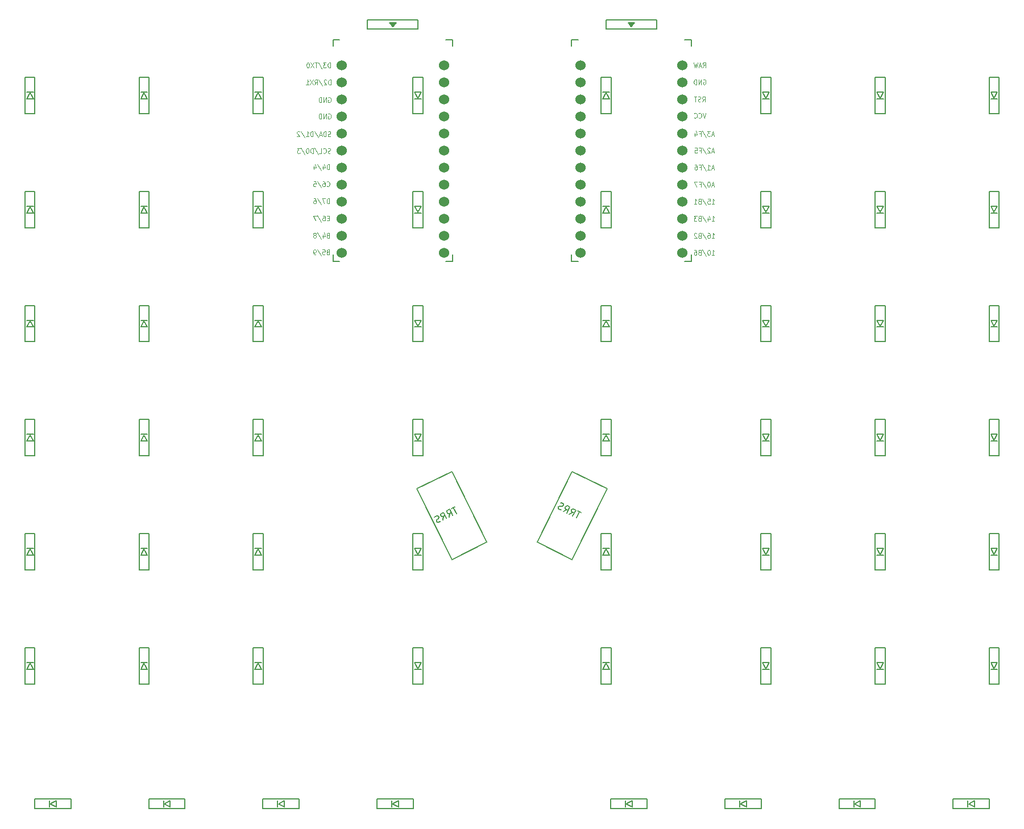
<source format=gbr>
%TF.GenerationSoftware,KiCad,Pcbnew,7.0.11+dfsg-1build4*%
%TF.CreationDate,2024-10-06T17:58:57+09:00*%
%TF.ProjectId,NotEnoughCompromises,4e6f7445-6e6f-4756-9768-436f6d70726f,rev?*%
%TF.SameCoordinates,Original*%
%TF.FileFunction,Legend,Bot*%
%TF.FilePolarity,Positive*%
%FSLAX46Y46*%
G04 Gerber Fmt 4.6, Leading zero omitted, Abs format (unit mm)*
G04 Created by KiCad (PCBNEW 7.0.11+dfsg-1build4) date 2024-10-06 17:58:57*
%MOMM*%
%LPD*%
G01*
G04 APERTURE LIST*
%ADD10C,0.150000*%
%ADD11C,0.125000*%
%ADD12C,1.524000*%
G04 APERTURE END LIST*
D10*
X157613574Y-103505234D02*
X157101168Y-103252309D01*
X156914753Y-104275482D02*
X157357371Y-103378772D01*
X155847241Y-103748557D02*
X156356914Y-103469091D01*
X156359647Y-104001481D02*
X156802264Y-103104770D01*
X156802264Y-103104770D02*
X156460660Y-102936154D01*
X156460660Y-102936154D02*
X156354182Y-102936701D01*
X156354182Y-102936701D02*
X156290404Y-102958324D01*
X156290404Y-102958324D02*
X156205550Y-103022648D01*
X156205550Y-103022648D02*
X156142319Y-103150750D01*
X156142319Y-103150750D02*
X156142865Y-103257228D01*
X156142865Y-103257228D02*
X156164489Y-103321005D01*
X156164489Y-103321005D02*
X156228813Y-103405860D01*
X156228813Y-103405860D02*
X156570417Y-103574476D01*
X154950530Y-103305939D02*
X155460204Y-103026473D01*
X155462936Y-103558863D02*
X155905553Y-102662153D01*
X155905553Y-102662153D02*
X155563949Y-102493537D01*
X155563949Y-102493537D02*
X155457471Y-102494083D01*
X155457471Y-102494083D02*
X155393694Y-102515707D01*
X155393694Y-102515707D02*
X155308839Y-102580031D01*
X155308839Y-102580031D02*
X155245608Y-102708132D01*
X155245608Y-102708132D02*
X155246155Y-102814610D01*
X155246155Y-102814610D02*
X155267778Y-102878388D01*
X155267778Y-102878388D02*
X155332102Y-102963242D01*
X155332102Y-102963242D02*
X155673706Y-103131858D01*
X154630003Y-103094623D02*
X154480825Y-103074092D01*
X154480825Y-103074092D02*
X154267322Y-102968707D01*
X154267322Y-102968707D02*
X154202998Y-102883852D01*
X154202998Y-102883852D02*
X154181375Y-102820075D01*
X154181375Y-102820075D02*
X154180828Y-102713597D01*
X154180828Y-102713597D02*
X154222982Y-102628196D01*
X154222982Y-102628196D02*
X154307837Y-102563872D01*
X154307837Y-102563872D02*
X154371614Y-102542248D01*
X154371614Y-102542248D02*
X154478092Y-102541702D01*
X154478092Y-102541702D02*
X154669971Y-102583309D01*
X154669971Y-102583309D02*
X154776449Y-102582763D01*
X154776449Y-102582763D02*
X154840227Y-102561140D01*
X154840227Y-102561140D02*
X154925081Y-102496816D01*
X154925081Y-102496816D02*
X154967235Y-102411415D01*
X154967235Y-102411415D02*
X154966689Y-102304937D01*
X154966689Y-102304937D02*
X154945065Y-102241159D01*
X154945065Y-102241159D02*
X154880741Y-102156304D01*
X154880741Y-102156304D02*
X154667239Y-102050919D01*
X154667239Y-102050919D02*
X154518060Y-102030389D01*
D11*
X120314971Y-39748464D02*
X120314971Y-38998464D01*
X120314971Y-38998464D02*
X120155447Y-38998464D01*
X120155447Y-38998464D02*
X120059733Y-39034178D01*
X120059733Y-39034178D02*
X119995923Y-39105607D01*
X119995923Y-39105607D02*
X119964018Y-39177035D01*
X119964018Y-39177035D02*
X119932114Y-39319892D01*
X119932114Y-39319892D02*
X119932114Y-39427035D01*
X119932114Y-39427035D02*
X119964018Y-39569892D01*
X119964018Y-39569892D02*
X119995923Y-39641321D01*
X119995923Y-39641321D02*
X120059733Y-39712750D01*
X120059733Y-39712750D02*
X120155447Y-39748464D01*
X120155447Y-39748464D02*
X120314971Y-39748464D01*
X119676875Y-39069892D02*
X119644971Y-39034178D01*
X119644971Y-39034178D02*
X119581161Y-38998464D01*
X119581161Y-38998464D02*
X119421637Y-38998464D01*
X119421637Y-38998464D02*
X119357828Y-39034178D01*
X119357828Y-39034178D02*
X119325923Y-39069892D01*
X119325923Y-39069892D02*
X119294018Y-39141321D01*
X119294018Y-39141321D02*
X119294018Y-39212750D01*
X119294018Y-39212750D02*
X119325923Y-39319892D01*
X119325923Y-39319892D02*
X119708780Y-39748464D01*
X119708780Y-39748464D02*
X119294018Y-39748464D01*
X118528304Y-38962750D02*
X119102590Y-39927035D01*
X117922114Y-39748464D02*
X118145447Y-39391321D01*
X118304971Y-39748464D02*
X118304971Y-38998464D01*
X118304971Y-38998464D02*
X118049733Y-38998464D01*
X118049733Y-38998464D02*
X117985923Y-39034178D01*
X117985923Y-39034178D02*
X117954018Y-39069892D01*
X117954018Y-39069892D02*
X117922114Y-39141321D01*
X117922114Y-39141321D02*
X117922114Y-39248464D01*
X117922114Y-39248464D02*
X117954018Y-39319892D01*
X117954018Y-39319892D02*
X117985923Y-39355607D01*
X117985923Y-39355607D02*
X118049733Y-39391321D01*
X118049733Y-39391321D02*
X118304971Y-39391321D01*
X117698780Y-38998464D02*
X117252114Y-39748464D01*
X117252114Y-38998464D02*
X117698780Y-39748464D01*
X116645923Y-39748464D02*
X117028780Y-39748464D01*
X116837352Y-39748464D02*
X116837352Y-38998464D01*
X116837352Y-38998464D02*
X116901161Y-39105607D01*
X116901161Y-39105607D02*
X116964971Y-39177035D01*
X116964971Y-39177035D02*
X117028780Y-39212750D01*
X119887589Y-62155607D02*
X119791875Y-62191321D01*
X119791875Y-62191321D02*
X119759970Y-62227035D01*
X119759970Y-62227035D02*
X119728066Y-62298464D01*
X119728066Y-62298464D02*
X119728066Y-62405607D01*
X119728066Y-62405607D02*
X119759970Y-62477035D01*
X119759970Y-62477035D02*
X119791875Y-62512750D01*
X119791875Y-62512750D02*
X119855685Y-62548464D01*
X119855685Y-62548464D02*
X120110923Y-62548464D01*
X120110923Y-62548464D02*
X120110923Y-61798464D01*
X120110923Y-61798464D02*
X119887589Y-61798464D01*
X119887589Y-61798464D02*
X119823780Y-61834178D01*
X119823780Y-61834178D02*
X119791875Y-61869892D01*
X119791875Y-61869892D02*
X119759970Y-61941321D01*
X119759970Y-61941321D02*
X119759970Y-62012750D01*
X119759970Y-62012750D02*
X119791875Y-62084178D01*
X119791875Y-62084178D02*
X119823780Y-62119892D01*
X119823780Y-62119892D02*
X119887589Y-62155607D01*
X119887589Y-62155607D02*
X120110923Y-62155607D01*
X119153780Y-62048464D02*
X119153780Y-62548464D01*
X119313304Y-61762750D02*
X119472827Y-62298464D01*
X119472827Y-62298464D02*
X119058066Y-62298464D01*
X118324256Y-61762750D02*
X118898542Y-62727035D01*
X118005208Y-62119892D02*
X118069018Y-62084178D01*
X118069018Y-62084178D02*
X118100923Y-62048464D01*
X118100923Y-62048464D02*
X118132827Y-61977035D01*
X118132827Y-61977035D02*
X118132827Y-61941321D01*
X118132827Y-61941321D02*
X118100923Y-61869892D01*
X118100923Y-61869892D02*
X118069018Y-61834178D01*
X118069018Y-61834178D02*
X118005208Y-61798464D01*
X118005208Y-61798464D02*
X117877589Y-61798464D01*
X117877589Y-61798464D02*
X117813780Y-61834178D01*
X117813780Y-61834178D02*
X117781875Y-61869892D01*
X117781875Y-61869892D02*
X117749970Y-61941321D01*
X117749970Y-61941321D02*
X117749970Y-61977035D01*
X117749970Y-61977035D02*
X117781875Y-62048464D01*
X117781875Y-62048464D02*
X117813780Y-62084178D01*
X117813780Y-62084178D02*
X117877589Y-62119892D01*
X117877589Y-62119892D02*
X118005208Y-62119892D01*
X118005208Y-62119892D02*
X118069018Y-62155607D01*
X118069018Y-62155607D02*
X118100923Y-62191321D01*
X118100923Y-62191321D02*
X118132827Y-62262750D01*
X118132827Y-62262750D02*
X118132827Y-62405607D01*
X118132827Y-62405607D02*
X118100923Y-62477035D01*
X118100923Y-62477035D02*
X118069018Y-62512750D01*
X118069018Y-62512750D02*
X118005208Y-62548464D01*
X118005208Y-62548464D02*
X117877589Y-62548464D01*
X117877589Y-62548464D02*
X117813780Y-62512750D01*
X117813780Y-62512750D02*
X117781875Y-62477035D01*
X117781875Y-62477035D02*
X117749970Y-62405607D01*
X117749970Y-62405607D02*
X117749970Y-62262750D01*
X117749970Y-62262750D02*
X117781875Y-62191321D01*
X117781875Y-62191321D02*
X117813780Y-62155607D01*
X117813780Y-62155607D02*
X117877589Y-62119892D01*
X119887589Y-64655607D02*
X119791875Y-64691321D01*
X119791875Y-64691321D02*
X119759970Y-64727035D01*
X119759970Y-64727035D02*
X119728066Y-64798464D01*
X119728066Y-64798464D02*
X119728066Y-64905607D01*
X119728066Y-64905607D02*
X119759970Y-64977035D01*
X119759970Y-64977035D02*
X119791875Y-65012750D01*
X119791875Y-65012750D02*
X119855685Y-65048464D01*
X119855685Y-65048464D02*
X120110923Y-65048464D01*
X120110923Y-65048464D02*
X120110923Y-64298464D01*
X120110923Y-64298464D02*
X119887589Y-64298464D01*
X119887589Y-64298464D02*
X119823780Y-64334178D01*
X119823780Y-64334178D02*
X119791875Y-64369892D01*
X119791875Y-64369892D02*
X119759970Y-64441321D01*
X119759970Y-64441321D02*
X119759970Y-64512750D01*
X119759970Y-64512750D02*
X119791875Y-64584178D01*
X119791875Y-64584178D02*
X119823780Y-64619892D01*
X119823780Y-64619892D02*
X119887589Y-64655607D01*
X119887589Y-64655607D02*
X120110923Y-64655607D01*
X119121875Y-64298464D02*
X119440923Y-64298464D01*
X119440923Y-64298464D02*
X119472827Y-64655607D01*
X119472827Y-64655607D02*
X119440923Y-64619892D01*
X119440923Y-64619892D02*
X119377113Y-64584178D01*
X119377113Y-64584178D02*
X119217589Y-64584178D01*
X119217589Y-64584178D02*
X119153780Y-64619892D01*
X119153780Y-64619892D02*
X119121875Y-64655607D01*
X119121875Y-64655607D02*
X119089970Y-64727035D01*
X119089970Y-64727035D02*
X119089970Y-64905607D01*
X119089970Y-64905607D02*
X119121875Y-64977035D01*
X119121875Y-64977035D02*
X119153780Y-65012750D01*
X119153780Y-65012750D02*
X119217589Y-65048464D01*
X119217589Y-65048464D02*
X119377113Y-65048464D01*
X119377113Y-65048464D02*
X119440923Y-65012750D01*
X119440923Y-65012750D02*
X119472827Y-64977035D01*
X118324256Y-64262750D02*
X118898542Y-65227035D01*
X118069018Y-65048464D02*
X117941399Y-65048464D01*
X117941399Y-65048464D02*
X117877589Y-65012750D01*
X117877589Y-65012750D02*
X117845685Y-64977035D01*
X117845685Y-64977035D02*
X117781875Y-64869892D01*
X117781875Y-64869892D02*
X117749970Y-64727035D01*
X117749970Y-64727035D02*
X117749970Y-64441321D01*
X117749970Y-64441321D02*
X117781875Y-64369892D01*
X117781875Y-64369892D02*
X117813780Y-64334178D01*
X117813780Y-64334178D02*
X117877589Y-64298464D01*
X117877589Y-64298464D02*
X118005208Y-64298464D01*
X118005208Y-64298464D02*
X118069018Y-64334178D01*
X118069018Y-64334178D02*
X118100923Y-64369892D01*
X118100923Y-64369892D02*
X118132827Y-64441321D01*
X118132827Y-64441321D02*
X118132827Y-64619892D01*
X118132827Y-64619892D02*
X118100923Y-64691321D01*
X118100923Y-64691321D02*
X118069018Y-64727035D01*
X118069018Y-64727035D02*
X118005208Y-64762750D01*
X118005208Y-64762750D02*
X117877589Y-64762750D01*
X117877589Y-64762750D02*
X117813780Y-64727035D01*
X117813780Y-64727035D02*
X117781875Y-64691321D01*
X117781875Y-64691321D02*
X117749970Y-64619892D01*
X120110923Y-52348464D02*
X120110923Y-51598464D01*
X120110923Y-51598464D02*
X119951399Y-51598464D01*
X119951399Y-51598464D02*
X119855685Y-51634178D01*
X119855685Y-51634178D02*
X119791875Y-51705607D01*
X119791875Y-51705607D02*
X119759970Y-51777035D01*
X119759970Y-51777035D02*
X119728066Y-51919892D01*
X119728066Y-51919892D02*
X119728066Y-52027035D01*
X119728066Y-52027035D02*
X119759970Y-52169892D01*
X119759970Y-52169892D02*
X119791875Y-52241321D01*
X119791875Y-52241321D02*
X119855685Y-52312750D01*
X119855685Y-52312750D02*
X119951399Y-52348464D01*
X119951399Y-52348464D02*
X120110923Y-52348464D01*
X119153780Y-51848464D02*
X119153780Y-52348464D01*
X119313304Y-51562750D02*
X119472827Y-52098464D01*
X119472827Y-52098464D02*
X119058066Y-52098464D01*
X118324256Y-51562750D02*
X118898542Y-52527035D01*
X117813780Y-51848464D02*
X117813780Y-52348464D01*
X117973304Y-51562750D02*
X118132827Y-52098464D01*
X118132827Y-52098464D02*
X117718066Y-52098464D01*
X120269018Y-49912750D02*
X120173304Y-49948464D01*
X120173304Y-49948464D02*
X120013780Y-49948464D01*
X120013780Y-49948464D02*
X119949971Y-49912750D01*
X119949971Y-49912750D02*
X119918066Y-49877035D01*
X119918066Y-49877035D02*
X119886161Y-49805607D01*
X119886161Y-49805607D02*
X119886161Y-49734178D01*
X119886161Y-49734178D02*
X119918066Y-49662750D01*
X119918066Y-49662750D02*
X119949971Y-49627035D01*
X119949971Y-49627035D02*
X120013780Y-49591321D01*
X120013780Y-49591321D02*
X120141399Y-49555607D01*
X120141399Y-49555607D02*
X120205209Y-49519892D01*
X120205209Y-49519892D02*
X120237114Y-49484178D01*
X120237114Y-49484178D02*
X120269018Y-49412750D01*
X120269018Y-49412750D02*
X120269018Y-49341321D01*
X120269018Y-49341321D02*
X120237114Y-49269892D01*
X120237114Y-49269892D02*
X120205209Y-49234178D01*
X120205209Y-49234178D02*
X120141399Y-49198464D01*
X120141399Y-49198464D02*
X119981876Y-49198464D01*
X119981876Y-49198464D02*
X119886161Y-49234178D01*
X119216162Y-49877035D02*
X119248066Y-49912750D01*
X119248066Y-49912750D02*
X119343781Y-49948464D01*
X119343781Y-49948464D02*
X119407590Y-49948464D01*
X119407590Y-49948464D02*
X119503304Y-49912750D01*
X119503304Y-49912750D02*
X119567114Y-49841321D01*
X119567114Y-49841321D02*
X119599019Y-49769892D01*
X119599019Y-49769892D02*
X119630923Y-49627035D01*
X119630923Y-49627035D02*
X119630923Y-49519892D01*
X119630923Y-49519892D02*
X119599019Y-49377035D01*
X119599019Y-49377035D02*
X119567114Y-49305607D01*
X119567114Y-49305607D02*
X119503304Y-49234178D01*
X119503304Y-49234178D02*
X119407590Y-49198464D01*
X119407590Y-49198464D02*
X119343781Y-49198464D01*
X119343781Y-49198464D02*
X119248066Y-49234178D01*
X119248066Y-49234178D02*
X119216162Y-49269892D01*
X118609971Y-49948464D02*
X118929019Y-49948464D01*
X118929019Y-49948464D02*
X118929019Y-49198464D01*
X117908066Y-49162750D02*
X118482352Y-50127035D01*
X117684733Y-49948464D02*
X117684733Y-49198464D01*
X117684733Y-49198464D02*
X117525209Y-49198464D01*
X117525209Y-49198464D02*
X117429495Y-49234178D01*
X117429495Y-49234178D02*
X117365685Y-49305607D01*
X117365685Y-49305607D02*
X117333780Y-49377035D01*
X117333780Y-49377035D02*
X117301876Y-49519892D01*
X117301876Y-49519892D02*
X117301876Y-49627035D01*
X117301876Y-49627035D02*
X117333780Y-49769892D01*
X117333780Y-49769892D02*
X117365685Y-49841321D01*
X117365685Y-49841321D02*
X117429495Y-49912750D01*
X117429495Y-49912750D02*
X117525209Y-49948464D01*
X117525209Y-49948464D02*
X117684733Y-49948464D01*
X116887114Y-49198464D02*
X116823304Y-49198464D01*
X116823304Y-49198464D02*
X116759495Y-49234178D01*
X116759495Y-49234178D02*
X116727590Y-49269892D01*
X116727590Y-49269892D02*
X116695685Y-49341321D01*
X116695685Y-49341321D02*
X116663780Y-49484178D01*
X116663780Y-49484178D02*
X116663780Y-49662750D01*
X116663780Y-49662750D02*
X116695685Y-49805607D01*
X116695685Y-49805607D02*
X116727590Y-49877035D01*
X116727590Y-49877035D02*
X116759495Y-49912750D01*
X116759495Y-49912750D02*
X116823304Y-49948464D01*
X116823304Y-49948464D02*
X116887114Y-49948464D01*
X116887114Y-49948464D02*
X116950923Y-49912750D01*
X116950923Y-49912750D02*
X116982828Y-49877035D01*
X116982828Y-49877035D02*
X117014733Y-49805607D01*
X117014733Y-49805607D02*
X117046637Y-49662750D01*
X117046637Y-49662750D02*
X117046637Y-49484178D01*
X117046637Y-49484178D02*
X117014733Y-49341321D01*
X117014733Y-49341321D02*
X116982828Y-49269892D01*
X116982828Y-49269892D02*
X116950923Y-49234178D01*
X116950923Y-49234178D02*
X116887114Y-49198464D01*
X115898066Y-49162750D02*
X116472352Y-50127035D01*
X115738542Y-49198464D02*
X115323780Y-49198464D01*
X115323780Y-49198464D02*
X115547114Y-49484178D01*
X115547114Y-49484178D02*
X115451399Y-49484178D01*
X115451399Y-49484178D02*
X115387590Y-49519892D01*
X115387590Y-49519892D02*
X115355685Y-49555607D01*
X115355685Y-49555607D02*
X115323780Y-49627035D01*
X115323780Y-49627035D02*
X115323780Y-49805607D01*
X115323780Y-49805607D02*
X115355685Y-49877035D01*
X115355685Y-49877035D02*
X115387590Y-49912750D01*
X115387590Y-49912750D02*
X115451399Y-49948464D01*
X115451399Y-49948464D02*
X115642828Y-49948464D01*
X115642828Y-49948464D02*
X115706637Y-49912750D01*
X115706637Y-49912750D02*
X115738542Y-49877035D01*
X120284970Y-47412750D02*
X120189256Y-47448464D01*
X120189256Y-47448464D02*
X120029732Y-47448464D01*
X120029732Y-47448464D02*
X119965923Y-47412750D01*
X119965923Y-47412750D02*
X119934018Y-47377035D01*
X119934018Y-47377035D02*
X119902113Y-47305607D01*
X119902113Y-47305607D02*
X119902113Y-47234178D01*
X119902113Y-47234178D02*
X119934018Y-47162750D01*
X119934018Y-47162750D02*
X119965923Y-47127035D01*
X119965923Y-47127035D02*
X120029732Y-47091321D01*
X120029732Y-47091321D02*
X120157351Y-47055607D01*
X120157351Y-47055607D02*
X120221161Y-47019892D01*
X120221161Y-47019892D02*
X120253066Y-46984178D01*
X120253066Y-46984178D02*
X120284970Y-46912750D01*
X120284970Y-46912750D02*
X120284970Y-46841321D01*
X120284970Y-46841321D02*
X120253066Y-46769892D01*
X120253066Y-46769892D02*
X120221161Y-46734178D01*
X120221161Y-46734178D02*
X120157351Y-46698464D01*
X120157351Y-46698464D02*
X119997828Y-46698464D01*
X119997828Y-46698464D02*
X119902113Y-46734178D01*
X119614971Y-47448464D02*
X119614971Y-46698464D01*
X119614971Y-46698464D02*
X119455447Y-46698464D01*
X119455447Y-46698464D02*
X119359733Y-46734178D01*
X119359733Y-46734178D02*
X119295923Y-46805607D01*
X119295923Y-46805607D02*
X119264018Y-46877035D01*
X119264018Y-46877035D02*
X119232114Y-47019892D01*
X119232114Y-47019892D02*
X119232114Y-47127035D01*
X119232114Y-47127035D02*
X119264018Y-47269892D01*
X119264018Y-47269892D02*
X119295923Y-47341321D01*
X119295923Y-47341321D02*
X119359733Y-47412750D01*
X119359733Y-47412750D02*
X119455447Y-47448464D01*
X119455447Y-47448464D02*
X119614971Y-47448464D01*
X118976875Y-47234178D02*
X118657828Y-47234178D01*
X119040685Y-47448464D02*
X118817352Y-46698464D01*
X118817352Y-46698464D02*
X118594018Y-47448464D01*
X117892113Y-46662750D02*
X118466399Y-47627035D01*
X117668780Y-47448464D02*
X117668780Y-46698464D01*
X117668780Y-46698464D02*
X117509256Y-46698464D01*
X117509256Y-46698464D02*
X117413542Y-46734178D01*
X117413542Y-46734178D02*
X117349732Y-46805607D01*
X117349732Y-46805607D02*
X117317827Y-46877035D01*
X117317827Y-46877035D02*
X117285923Y-47019892D01*
X117285923Y-47019892D02*
X117285923Y-47127035D01*
X117285923Y-47127035D02*
X117317827Y-47269892D01*
X117317827Y-47269892D02*
X117349732Y-47341321D01*
X117349732Y-47341321D02*
X117413542Y-47412750D01*
X117413542Y-47412750D02*
X117509256Y-47448464D01*
X117509256Y-47448464D02*
X117668780Y-47448464D01*
X116647827Y-47448464D02*
X117030684Y-47448464D01*
X116839256Y-47448464D02*
X116839256Y-46698464D01*
X116839256Y-46698464D02*
X116903065Y-46805607D01*
X116903065Y-46805607D02*
X116966875Y-46877035D01*
X116966875Y-46877035D02*
X117030684Y-46912750D01*
X115882113Y-46662750D02*
X116456399Y-47627035D01*
X115690684Y-46769892D02*
X115658780Y-46734178D01*
X115658780Y-46734178D02*
X115594970Y-46698464D01*
X115594970Y-46698464D02*
X115435446Y-46698464D01*
X115435446Y-46698464D02*
X115371637Y-46734178D01*
X115371637Y-46734178D02*
X115339732Y-46769892D01*
X115339732Y-46769892D02*
X115307827Y-46841321D01*
X115307827Y-46841321D02*
X115307827Y-46912750D01*
X115307827Y-46912750D02*
X115339732Y-47019892D01*
X115339732Y-47019892D02*
X115722589Y-47448464D01*
X115722589Y-47448464D02*
X115307827Y-47448464D01*
X120235209Y-37198464D02*
X120235209Y-36448464D01*
X120235209Y-36448464D02*
X120075685Y-36448464D01*
X120075685Y-36448464D02*
X119979971Y-36484178D01*
X119979971Y-36484178D02*
X119916161Y-36555607D01*
X119916161Y-36555607D02*
X119884256Y-36627035D01*
X119884256Y-36627035D02*
X119852352Y-36769892D01*
X119852352Y-36769892D02*
X119852352Y-36877035D01*
X119852352Y-36877035D02*
X119884256Y-37019892D01*
X119884256Y-37019892D02*
X119916161Y-37091321D01*
X119916161Y-37091321D02*
X119979971Y-37162750D01*
X119979971Y-37162750D02*
X120075685Y-37198464D01*
X120075685Y-37198464D02*
X120235209Y-37198464D01*
X119629018Y-36448464D02*
X119214256Y-36448464D01*
X119214256Y-36448464D02*
X119437590Y-36734178D01*
X119437590Y-36734178D02*
X119341875Y-36734178D01*
X119341875Y-36734178D02*
X119278066Y-36769892D01*
X119278066Y-36769892D02*
X119246161Y-36805607D01*
X119246161Y-36805607D02*
X119214256Y-36877035D01*
X119214256Y-36877035D02*
X119214256Y-37055607D01*
X119214256Y-37055607D02*
X119246161Y-37127035D01*
X119246161Y-37127035D02*
X119278066Y-37162750D01*
X119278066Y-37162750D02*
X119341875Y-37198464D01*
X119341875Y-37198464D02*
X119533304Y-37198464D01*
X119533304Y-37198464D02*
X119597113Y-37162750D01*
X119597113Y-37162750D02*
X119629018Y-37127035D01*
X118448542Y-36412750D02*
X119022828Y-37377035D01*
X118320923Y-36448464D02*
X117938066Y-36448464D01*
X118129494Y-37198464D02*
X118129494Y-36448464D01*
X117778542Y-36448464D02*
X117331876Y-37198464D01*
X117331876Y-36448464D02*
X117778542Y-37198464D01*
X116949019Y-36448464D02*
X116885209Y-36448464D01*
X116885209Y-36448464D02*
X116821400Y-36484178D01*
X116821400Y-36484178D02*
X116789495Y-36519892D01*
X116789495Y-36519892D02*
X116757590Y-36591321D01*
X116757590Y-36591321D02*
X116725685Y-36734178D01*
X116725685Y-36734178D02*
X116725685Y-36912750D01*
X116725685Y-36912750D02*
X116757590Y-37055607D01*
X116757590Y-37055607D02*
X116789495Y-37127035D01*
X116789495Y-37127035D02*
X116821400Y-37162750D01*
X116821400Y-37162750D02*
X116885209Y-37198464D01*
X116885209Y-37198464D02*
X116949019Y-37198464D01*
X116949019Y-37198464D02*
X117012828Y-37162750D01*
X117012828Y-37162750D02*
X117044733Y-37127035D01*
X117044733Y-37127035D02*
X117076638Y-37055607D01*
X117076638Y-37055607D02*
X117108542Y-36912750D01*
X117108542Y-36912750D02*
X117108542Y-36734178D01*
X117108542Y-36734178D02*
X117076638Y-36591321D01*
X117076638Y-36591321D02*
X117044733Y-36519892D01*
X117044733Y-36519892D02*
X117012828Y-36484178D01*
X117012828Y-36484178D02*
X116949019Y-36448464D01*
X120079018Y-59605607D02*
X119855684Y-59605607D01*
X119759970Y-59998464D02*
X120079018Y-59998464D01*
X120079018Y-59998464D02*
X120079018Y-59248464D01*
X120079018Y-59248464D02*
X119759970Y-59248464D01*
X119185685Y-59248464D02*
X119313304Y-59248464D01*
X119313304Y-59248464D02*
X119377113Y-59284178D01*
X119377113Y-59284178D02*
X119409018Y-59319892D01*
X119409018Y-59319892D02*
X119472828Y-59427035D01*
X119472828Y-59427035D02*
X119504732Y-59569892D01*
X119504732Y-59569892D02*
X119504732Y-59855607D01*
X119504732Y-59855607D02*
X119472828Y-59927035D01*
X119472828Y-59927035D02*
X119440923Y-59962750D01*
X119440923Y-59962750D02*
X119377113Y-59998464D01*
X119377113Y-59998464D02*
X119249494Y-59998464D01*
X119249494Y-59998464D02*
X119185685Y-59962750D01*
X119185685Y-59962750D02*
X119153780Y-59927035D01*
X119153780Y-59927035D02*
X119121875Y-59855607D01*
X119121875Y-59855607D02*
X119121875Y-59677035D01*
X119121875Y-59677035D02*
X119153780Y-59605607D01*
X119153780Y-59605607D02*
X119185685Y-59569892D01*
X119185685Y-59569892D02*
X119249494Y-59534178D01*
X119249494Y-59534178D02*
X119377113Y-59534178D01*
X119377113Y-59534178D02*
X119440923Y-59569892D01*
X119440923Y-59569892D02*
X119472828Y-59605607D01*
X119472828Y-59605607D02*
X119504732Y-59677035D01*
X118356161Y-59212750D02*
X118930447Y-60177035D01*
X118196637Y-59248464D02*
X117749971Y-59248464D01*
X117749971Y-59248464D02*
X118037113Y-59998464D01*
X119728066Y-54827035D02*
X119759970Y-54862750D01*
X119759970Y-54862750D02*
X119855685Y-54898464D01*
X119855685Y-54898464D02*
X119919494Y-54898464D01*
X119919494Y-54898464D02*
X120015208Y-54862750D01*
X120015208Y-54862750D02*
X120079018Y-54791321D01*
X120079018Y-54791321D02*
X120110923Y-54719892D01*
X120110923Y-54719892D02*
X120142827Y-54577035D01*
X120142827Y-54577035D02*
X120142827Y-54469892D01*
X120142827Y-54469892D02*
X120110923Y-54327035D01*
X120110923Y-54327035D02*
X120079018Y-54255607D01*
X120079018Y-54255607D02*
X120015208Y-54184178D01*
X120015208Y-54184178D02*
X119919494Y-54148464D01*
X119919494Y-54148464D02*
X119855685Y-54148464D01*
X119855685Y-54148464D02*
X119759970Y-54184178D01*
X119759970Y-54184178D02*
X119728066Y-54219892D01*
X119153780Y-54148464D02*
X119281399Y-54148464D01*
X119281399Y-54148464D02*
X119345208Y-54184178D01*
X119345208Y-54184178D02*
X119377113Y-54219892D01*
X119377113Y-54219892D02*
X119440923Y-54327035D01*
X119440923Y-54327035D02*
X119472827Y-54469892D01*
X119472827Y-54469892D02*
X119472827Y-54755607D01*
X119472827Y-54755607D02*
X119440923Y-54827035D01*
X119440923Y-54827035D02*
X119409018Y-54862750D01*
X119409018Y-54862750D02*
X119345208Y-54898464D01*
X119345208Y-54898464D02*
X119217589Y-54898464D01*
X119217589Y-54898464D02*
X119153780Y-54862750D01*
X119153780Y-54862750D02*
X119121875Y-54827035D01*
X119121875Y-54827035D02*
X119089970Y-54755607D01*
X119089970Y-54755607D02*
X119089970Y-54577035D01*
X119089970Y-54577035D02*
X119121875Y-54505607D01*
X119121875Y-54505607D02*
X119153780Y-54469892D01*
X119153780Y-54469892D02*
X119217589Y-54434178D01*
X119217589Y-54434178D02*
X119345208Y-54434178D01*
X119345208Y-54434178D02*
X119409018Y-54469892D01*
X119409018Y-54469892D02*
X119440923Y-54505607D01*
X119440923Y-54505607D02*
X119472827Y-54577035D01*
X118324256Y-54112750D02*
X118898542Y-55077035D01*
X117781875Y-54148464D02*
X118100923Y-54148464D01*
X118100923Y-54148464D02*
X118132827Y-54505607D01*
X118132827Y-54505607D02*
X118100923Y-54469892D01*
X118100923Y-54469892D02*
X118037113Y-54434178D01*
X118037113Y-54434178D02*
X117877589Y-54434178D01*
X117877589Y-54434178D02*
X117813780Y-54469892D01*
X117813780Y-54469892D02*
X117781875Y-54505607D01*
X117781875Y-54505607D02*
X117749970Y-54577035D01*
X117749970Y-54577035D02*
X117749970Y-54755607D01*
X117749970Y-54755607D02*
X117781875Y-54827035D01*
X117781875Y-54827035D02*
X117813780Y-54862750D01*
X117813780Y-54862750D02*
X117877589Y-54898464D01*
X117877589Y-54898464D02*
X118037113Y-54898464D01*
X118037113Y-54898464D02*
X118100923Y-54862750D01*
X118100923Y-54862750D02*
X118132827Y-54827035D01*
X120110923Y-57448464D02*
X120110923Y-56698464D01*
X120110923Y-56698464D02*
X119951399Y-56698464D01*
X119951399Y-56698464D02*
X119855685Y-56734178D01*
X119855685Y-56734178D02*
X119791875Y-56805607D01*
X119791875Y-56805607D02*
X119759970Y-56877035D01*
X119759970Y-56877035D02*
X119728066Y-57019892D01*
X119728066Y-57019892D02*
X119728066Y-57127035D01*
X119728066Y-57127035D02*
X119759970Y-57269892D01*
X119759970Y-57269892D02*
X119791875Y-57341321D01*
X119791875Y-57341321D02*
X119855685Y-57412750D01*
X119855685Y-57412750D02*
X119951399Y-57448464D01*
X119951399Y-57448464D02*
X120110923Y-57448464D01*
X119504732Y-56698464D02*
X119058066Y-56698464D01*
X119058066Y-56698464D02*
X119345208Y-57448464D01*
X118324256Y-56662750D02*
X118898542Y-57627035D01*
X117813780Y-56698464D02*
X117941399Y-56698464D01*
X117941399Y-56698464D02*
X118005208Y-56734178D01*
X118005208Y-56734178D02*
X118037113Y-56769892D01*
X118037113Y-56769892D02*
X118100923Y-56877035D01*
X118100923Y-56877035D02*
X118132827Y-57019892D01*
X118132827Y-57019892D02*
X118132827Y-57305607D01*
X118132827Y-57305607D02*
X118100923Y-57377035D01*
X118100923Y-57377035D02*
X118069018Y-57412750D01*
X118069018Y-57412750D02*
X118005208Y-57448464D01*
X118005208Y-57448464D02*
X117877589Y-57448464D01*
X117877589Y-57448464D02*
X117813780Y-57412750D01*
X117813780Y-57412750D02*
X117781875Y-57377035D01*
X117781875Y-57377035D02*
X117749970Y-57305607D01*
X117749970Y-57305607D02*
X117749970Y-57127035D01*
X117749970Y-57127035D02*
X117781875Y-57055607D01*
X117781875Y-57055607D02*
X117813780Y-57019892D01*
X117813780Y-57019892D02*
X117877589Y-56984178D01*
X117877589Y-56984178D02*
X118005208Y-56984178D01*
X118005208Y-56984178D02*
X118069018Y-57019892D01*
X118069018Y-57019892D02*
X118100923Y-57055607D01*
X118100923Y-57055607D02*
X118132827Y-57127035D01*
X119956875Y-44084178D02*
X120020685Y-44048464D01*
X120020685Y-44048464D02*
X120116399Y-44048464D01*
X120116399Y-44048464D02*
X120212113Y-44084178D01*
X120212113Y-44084178D02*
X120275923Y-44155607D01*
X120275923Y-44155607D02*
X120307828Y-44227035D01*
X120307828Y-44227035D02*
X120339732Y-44369892D01*
X120339732Y-44369892D02*
X120339732Y-44477035D01*
X120339732Y-44477035D02*
X120307828Y-44619892D01*
X120307828Y-44619892D02*
X120275923Y-44691321D01*
X120275923Y-44691321D02*
X120212113Y-44762750D01*
X120212113Y-44762750D02*
X120116399Y-44798464D01*
X120116399Y-44798464D02*
X120052590Y-44798464D01*
X120052590Y-44798464D02*
X119956875Y-44762750D01*
X119956875Y-44762750D02*
X119924971Y-44727035D01*
X119924971Y-44727035D02*
X119924971Y-44477035D01*
X119924971Y-44477035D02*
X120052590Y-44477035D01*
X119637828Y-44798464D02*
X119637828Y-44048464D01*
X119637828Y-44048464D02*
X119254971Y-44798464D01*
X119254971Y-44798464D02*
X119254971Y-44048464D01*
X118935923Y-44798464D02*
X118935923Y-44048464D01*
X118935923Y-44048464D02*
X118776399Y-44048464D01*
X118776399Y-44048464D02*
X118680685Y-44084178D01*
X118680685Y-44084178D02*
X118616875Y-44155607D01*
X118616875Y-44155607D02*
X118584970Y-44227035D01*
X118584970Y-44227035D02*
X118553066Y-44369892D01*
X118553066Y-44369892D02*
X118553066Y-44477035D01*
X118553066Y-44477035D02*
X118584970Y-44619892D01*
X118584970Y-44619892D02*
X118616875Y-44691321D01*
X118616875Y-44691321D02*
X118680685Y-44762750D01*
X118680685Y-44762750D02*
X118776399Y-44798464D01*
X118776399Y-44798464D02*
X118935923Y-44798464D01*
X119956875Y-41634178D02*
X120020685Y-41598464D01*
X120020685Y-41598464D02*
X120116399Y-41598464D01*
X120116399Y-41598464D02*
X120212113Y-41634178D01*
X120212113Y-41634178D02*
X120275923Y-41705607D01*
X120275923Y-41705607D02*
X120307828Y-41777035D01*
X120307828Y-41777035D02*
X120339732Y-41919892D01*
X120339732Y-41919892D02*
X120339732Y-42027035D01*
X120339732Y-42027035D02*
X120307828Y-42169892D01*
X120307828Y-42169892D02*
X120275923Y-42241321D01*
X120275923Y-42241321D02*
X120212113Y-42312750D01*
X120212113Y-42312750D02*
X120116399Y-42348464D01*
X120116399Y-42348464D02*
X120052590Y-42348464D01*
X120052590Y-42348464D02*
X119956875Y-42312750D01*
X119956875Y-42312750D02*
X119924971Y-42277035D01*
X119924971Y-42277035D02*
X119924971Y-42027035D01*
X119924971Y-42027035D02*
X120052590Y-42027035D01*
X119637828Y-42348464D02*
X119637828Y-41598464D01*
X119637828Y-41598464D02*
X119254971Y-42348464D01*
X119254971Y-42348464D02*
X119254971Y-41598464D01*
X118935923Y-42348464D02*
X118935923Y-41598464D01*
X118935923Y-41598464D02*
X118776399Y-41598464D01*
X118776399Y-41598464D02*
X118680685Y-41634178D01*
X118680685Y-41634178D02*
X118616875Y-41705607D01*
X118616875Y-41705607D02*
X118584970Y-41777035D01*
X118584970Y-41777035D02*
X118553066Y-41919892D01*
X118553066Y-41919892D02*
X118553066Y-42027035D01*
X118553066Y-42027035D02*
X118584970Y-42169892D01*
X118584970Y-42169892D02*
X118616875Y-42241321D01*
X118616875Y-42241321D02*
X118680685Y-42312750D01*
X118680685Y-42312750D02*
X118776399Y-42348464D01*
X118776399Y-42348464D02*
X118935923Y-42348464D01*
X175749019Y-37148464D02*
X175972352Y-36791321D01*
X176131876Y-37148464D02*
X176131876Y-36398464D01*
X176131876Y-36398464D02*
X175876638Y-36398464D01*
X175876638Y-36398464D02*
X175812828Y-36434178D01*
X175812828Y-36434178D02*
X175780923Y-36469892D01*
X175780923Y-36469892D02*
X175749019Y-36541321D01*
X175749019Y-36541321D02*
X175749019Y-36648464D01*
X175749019Y-36648464D02*
X175780923Y-36719892D01*
X175780923Y-36719892D02*
X175812828Y-36755607D01*
X175812828Y-36755607D02*
X175876638Y-36791321D01*
X175876638Y-36791321D02*
X176131876Y-36791321D01*
X175493780Y-36934178D02*
X175174733Y-36934178D01*
X175557590Y-37148464D02*
X175334257Y-36398464D01*
X175334257Y-36398464D02*
X175110923Y-37148464D01*
X174951399Y-36398464D02*
X174791875Y-37148464D01*
X174791875Y-37148464D02*
X174664256Y-36612750D01*
X174664256Y-36612750D02*
X174536637Y-37148464D01*
X174536637Y-37148464D02*
X174377114Y-36398464D01*
X177069018Y-60048464D02*
X177451875Y-60048464D01*
X177260447Y-60048464D02*
X177260447Y-59298464D01*
X177260447Y-59298464D02*
X177324256Y-59405607D01*
X177324256Y-59405607D02*
X177388066Y-59477035D01*
X177388066Y-59477035D02*
X177451875Y-59512750D01*
X176494733Y-59548464D02*
X176494733Y-60048464D01*
X176654257Y-59262750D02*
X176813780Y-59798464D01*
X176813780Y-59798464D02*
X176399019Y-59798464D01*
X175665209Y-59262750D02*
X176239495Y-60227035D01*
X175218542Y-59655607D02*
X175122828Y-59691321D01*
X175122828Y-59691321D02*
X175090923Y-59727035D01*
X175090923Y-59727035D02*
X175059019Y-59798464D01*
X175059019Y-59798464D02*
X175059019Y-59905607D01*
X175059019Y-59905607D02*
X175090923Y-59977035D01*
X175090923Y-59977035D02*
X175122828Y-60012750D01*
X175122828Y-60012750D02*
X175186638Y-60048464D01*
X175186638Y-60048464D02*
X175441876Y-60048464D01*
X175441876Y-60048464D02*
X175441876Y-59298464D01*
X175441876Y-59298464D02*
X175218542Y-59298464D01*
X175218542Y-59298464D02*
X175154733Y-59334178D01*
X175154733Y-59334178D02*
X175122828Y-59369892D01*
X175122828Y-59369892D02*
X175090923Y-59441321D01*
X175090923Y-59441321D02*
X175090923Y-59512750D01*
X175090923Y-59512750D02*
X175122828Y-59584178D01*
X175122828Y-59584178D02*
X175154733Y-59619892D01*
X175154733Y-59619892D02*
X175218542Y-59655607D01*
X175218542Y-59655607D02*
X175441876Y-59655607D01*
X174835685Y-59298464D02*
X174420923Y-59298464D01*
X174420923Y-59298464D02*
X174644257Y-59584178D01*
X174644257Y-59584178D02*
X174548542Y-59584178D01*
X174548542Y-59584178D02*
X174484733Y-59619892D01*
X174484733Y-59619892D02*
X174452828Y-59655607D01*
X174452828Y-59655607D02*
X174420923Y-59727035D01*
X174420923Y-59727035D02*
X174420923Y-59905607D01*
X174420923Y-59905607D02*
X174452828Y-59977035D01*
X174452828Y-59977035D02*
X174484733Y-60012750D01*
X174484733Y-60012750D02*
X174548542Y-60048464D01*
X174548542Y-60048464D02*
X174739971Y-60048464D01*
X174739971Y-60048464D02*
X174803780Y-60012750D01*
X174803780Y-60012750D02*
X174835685Y-59977035D01*
X177372113Y-54734178D02*
X177053066Y-54734178D01*
X177435923Y-54948464D02*
X177212590Y-54198464D01*
X177212590Y-54198464D02*
X176989256Y-54948464D01*
X176638304Y-54198464D02*
X176574494Y-54198464D01*
X176574494Y-54198464D02*
X176510685Y-54234178D01*
X176510685Y-54234178D02*
X176478780Y-54269892D01*
X176478780Y-54269892D02*
X176446875Y-54341321D01*
X176446875Y-54341321D02*
X176414970Y-54484178D01*
X176414970Y-54484178D02*
X176414970Y-54662750D01*
X176414970Y-54662750D02*
X176446875Y-54805607D01*
X176446875Y-54805607D02*
X176478780Y-54877035D01*
X176478780Y-54877035D02*
X176510685Y-54912750D01*
X176510685Y-54912750D02*
X176574494Y-54948464D01*
X176574494Y-54948464D02*
X176638304Y-54948464D01*
X176638304Y-54948464D02*
X176702113Y-54912750D01*
X176702113Y-54912750D02*
X176734018Y-54877035D01*
X176734018Y-54877035D02*
X176765923Y-54805607D01*
X176765923Y-54805607D02*
X176797827Y-54662750D01*
X176797827Y-54662750D02*
X176797827Y-54484178D01*
X176797827Y-54484178D02*
X176765923Y-54341321D01*
X176765923Y-54341321D02*
X176734018Y-54269892D01*
X176734018Y-54269892D02*
X176702113Y-54234178D01*
X176702113Y-54234178D02*
X176638304Y-54198464D01*
X175649256Y-54162750D02*
X176223542Y-55127035D01*
X175202589Y-54555607D02*
X175425923Y-54555607D01*
X175425923Y-54948464D02*
X175425923Y-54198464D01*
X175425923Y-54198464D02*
X175106875Y-54198464D01*
X174915446Y-54198464D02*
X174468780Y-54198464D01*
X174468780Y-54198464D02*
X174755922Y-54948464D01*
X177372113Y-47184178D02*
X177053066Y-47184178D01*
X177435923Y-47398464D02*
X177212590Y-46648464D01*
X177212590Y-46648464D02*
X176989256Y-47398464D01*
X176829732Y-46648464D02*
X176414970Y-46648464D01*
X176414970Y-46648464D02*
X176638304Y-46934178D01*
X176638304Y-46934178D02*
X176542589Y-46934178D01*
X176542589Y-46934178D02*
X176478780Y-46969892D01*
X176478780Y-46969892D02*
X176446875Y-47005607D01*
X176446875Y-47005607D02*
X176414970Y-47077035D01*
X176414970Y-47077035D02*
X176414970Y-47255607D01*
X176414970Y-47255607D02*
X176446875Y-47327035D01*
X176446875Y-47327035D02*
X176478780Y-47362750D01*
X176478780Y-47362750D02*
X176542589Y-47398464D01*
X176542589Y-47398464D02*
X176734018Y-47398464D01*
X176734018Y-47398464D02*
X176797827Y-47362750D01*
X176797827Y-47362750D02*
X176829732Y-47327035D01*
X175649256Y-46612750D02*
X176223542Y-47577035D01*
X175202589Y-47005607D02*
X175425923Y-47005607D01*
X175425923Y-47398464D02*
X175425923Y-46648464D01*
X175425923Y-46648464D02*
X175106875Y-46648464D01*
X174564494Y-46898464D02*
X174564494Y-47398464D01*
X174724018Y-46612750D02*
X174883541Y-47148464D01*
X174883541Y-47148464D02*
X174468780Y-47148464D01*
X175653304Y-42248464D02*
X175876637Y-41891321D01*
X176036161Y-42248464D02*
X176036161Y-41498464D01*
X176036161Y-41498464D02*
X175780923Y-41498464D01*
X175780923Y-41498464D02*
X175717113Y-41534178D01*
X175717113Y-41534178D02*
X175685208Y-41569892D01*
X175685208Y-41569892D02*
X175653304Y-41641321D01*
X175653304Y-41641321D02*
X175653304Y-41748464D01*
X175653304Y-41748464D02*
X175685208Y-41819892D01*
X175685208Y-41819892D02*
X175717113Y-41855607D01*
X175717113Y-41855607D02*
X175780923Y-41891321D01*
X175780923Y-41891321D02*
X176036161Y-41891321D01*
X175398065Y-42212750D02*
X175302351Y-42248464D01*
X175302351Y-42248464D02*
X175142827Y-42248464D01*
X175142827Y-42248464D02*
X175079018Y-42212750D01*
X175079018Y-42212750D02*
X175047113Y-42177035D01*
X175047113Y-42177035D02*
X175015208Y-42105607D01*
X175015208Y-42105607D02*
X175015208Y-42034178D01*
X175015208Y-42034178D02*
X175047113Y-41962750D01*
X175047113Y-41962750D02*
X175079018Y-41927035D01*
X175079018Y-41927035D02*
X175142827Y-41891321D01*
X175142827Y-41891321D02*
X175270446Y-41855607D01*
X175270446Y-41855607D02*
X175334256Y-41819892D01*
X175334256Y-41819892D02*
X175366161Y-41784178D01*
X175366161Y-41784178D02*
X175398065Y-41712750D01*
X175398065Y-41712750D02*
X175398065Y-41641321D01*
X175398065Y-41641321D02*
X175366161Y-41569892D01*
X175366161Y-41569892D02*
X175334256Y-41534178D01*
X175334256Y-41534178D02*
X175270446Y-41498464D01*
X175270446Y-41498464D02*
X175110923Y-41498464D01*
X175110923Y-41498464D02*
X175015208Y-41534178D01*
X174823780Y-41498464D02*
X174440923Y-41498464D01*
X174632351Y-42248464D02*
X174632351Y-41498464D01*
X176179733Y-43948464D02*
X175956400Y-44698464D01*
X175956400Y-44698464D02*
X175733066Y-43948464D01*
X175126876Y-44627035D02*
X175158780Y-44662750D01*
X175158780Y-44662750D02*
X175254495Y-44698464D01*
X175254495Y-44698464D02*
X175318304Y-44698464D01*
X175318304Y-44698464D02*
X175414018Y-44662750D01*
X175414018Y-44662750D02*
X175477828Y-44591321D01*
X175477828Y-44591321D02*
X175509733Y-44519892D01*
X175509733Y-44519892D02*
X175541637Y-44377035D01*
X175541637Y-44377035D02*
X175541637Y-44269892D01*
X175541637Y-44269892D02*
X175509733Y-44127035D01*
X175509733Y-44127035D02*
X175477828Y-44055607D01*
X175477828Y-44055607D02*
X175414018Y-43984178D01*
X175414018Y-43984178D02*
X175318304Y-43948464D01*
X175318304Y-43948464D02*
X175254495Y-43948464D01*
X175254495Y-43948464D02*
X175158780Y-43984178D01*
X175158780Y-43984178D02*
X175126876Y-44019892D01*
X174456876Y-44627035D02*
X174488780Y-44662750D01*
X174488780Y-44662750D02*
X174584495Y-44698464D01*
X174584495Y-44698464D02*
X174648304Y-44698464D01*
X174648304Y-44698464D02*
X174744018Y-44662750D01*
X174744018Y-44662750D02*
X174807828Y-44591321D01*
X174807828Y-44591321D02*
X174839733Y-44519892D01*
X174839733Y-44519892D02*
X174871637Y-44377035D01*
X174871637Y-44377035D02*
X174871637Y-44269892D01*
X174871637Y-44269892D02*
X174839733Y-44127035D01*
X174839733Y-44127035D02*
X174807828Y-44055607D01*
X174807828Y-44055607D02*
X174744018Y-43984178D01*
X174744018Y-43984178D02*
X174648304Y-43948464D01*
X174648304Y-43948464D02*
X174584495Y-43948464D01*
X174584495Y-43948464D02*
X174488780Y-43984178D01*
X174488780Y-43984178D02*
X174456876Y-44019892D01*
X177069018Y-62598464D02*
X177451875Y-62598464D01*
X177260447Y-62598464D02*
X177260447Y-61848464D01*
X177260447Y-61848464D02*
X177324256Y-61955607D01*
X177324256Y-61955607D02*
X177388066Y-62027035D01*
X177388066Y-62027035D02*
X177451875Y-62062750D01*
X176494733Y-61848464D02*
X176622352Y-61848464D01*
X176622352Y-61848464D02*
X176686161Y-61884178D01*
X176686161Y-61884178D02*
X176718066Y-61919892D01*
X176718066Y-61919892D02*
X176781876Y-62027035D01*
X176781876Y-62027035D02*
X176813780Y-62169892D01*
X176813780Y-62169892D02*
X176813780Y-62455607D01*
X176813780Y-62455607D02*
X176781876Y-62527035D01*
X176781876Y-62527035D02*
X176749971Y-62562750D01*
X176749971Y-62562750D02*
X176686161Y-62598464D01*
X176686161Y-62598464D02*
X176558542Y-62598464D01*
X176558542Y-62598464D02*
X176494733Y-62562750D01*
X176494733Y-62562750D02*
X176462828Y-62527035D01*
X176462828Y-62527035D02*
X176430923Y-62455607D01*
X176430923Y-62455607D02*
X176430923Y-62277035D01*
X176430923Y-62277035D02*
X176462828Y-62205607D01*
X176462828Y-62205607D02*
X176494733Y-62169892D01*
X176494733Y-62169892D02*
X176558542Y-62134178D01*
X176558542Y-62134178D02*
X176686161Y-62134178D01*
X176686161Y-62134178D02*
X176749971Y-62169892D01*
X176749971Y-62169892D02*
X176781876Y-62205607D01*
X176781876Y-62205607D02*
X176813780Y-62277035D01*
X175665209Y-61812750D02*
X176239495Y-62777035D01*
X175218542Y-62205607D02*
X175122828Y-62241321D01*
X175122828Y-62241321D02*
X175090923Y-62277035D01*
X175090923Y-62277035D02*
X175059019Y-62348464D01*
X175059019Y-62348464D02*
X175059019Y-62455607D01*
X175059019Y-62455607D02*
X175090923Y-62527035D01*
X175090923Y-62527035D02*
X175122828Y-62562750D01*
X175122828Y-62562750D02*
X175186638Y-62598464D01*
X175186638Y-62598464D02*
X175441876Y-62598464D01*
X175441876Y-62598464D02*
X175441876Y-61848464D01*
X175441876Y-61848464D02*
X175218542Y-61848464D01*
X175218542Y-61848464D02*
X175154733Y-61884178D01*
X175154733Y-61884178D02*
X175122828Y-61919892D01*
X175122828Y-61919892D02*
X175090923Y-61991321D01*
X175090923Y-61991321D02*
X175090923Y-62062750D01*
X175090923Y-62062750D02*
X175122828Y-62134178D01*
X175122828Y-62134178D02*
X175154733Y-62169892D01*
X175154733Y-62169892D02*
X175218542Y-62205607D01*
X175218542Y-62205607D02*
X175441876Y-62205607D01*
X174803780Y-61919892D02*
X174771876Y-61884178D01*
X174771876Y-61884178D02*
X174708066Y-61848464D01*
X174708066Y-61848464D02*
X174548542Y-61848464D01*
X174548542Y-61848464D02*
X174484733Y-61884178D01*
X174484733Y-61884178D02*
X174452828Y-61919892D01*
X174452828Y-61919892D02*
X174420923Y-61991321D01*
X174420923Y-61991321D02*
X174420923Y-62062750D01*
X174420923Y-62062750D02*
X174452828Y-62169892D01*
X174452828Y-62169892D02*
X174835685Y-62598464D01*
X174835685Y-62598464D02*
X174420923Y-62598464D01*
X177372113Y-52184178D02*
X177053066Y-52184178D01*
X177435923Y-52398464D02*
X177212590Y-51648464D01*
X177212590Y-51648464D02*
X176989256Y-52398464D01*
X176414970Y-52398464D02*
X176797827Y-52398464D01*
X176606399Y-52398464D02*
X176606399Y-51648464D01*
X176606399Y-51648464D02*
X176670208Y-51755607D01*
X176670208Y-51755607D02*
X176734018Y-51827035D01*
X176734018Y-51827035D02*
X176797827Y-51862750D01*
X175649256Y-51612750D02*
X176223542Y-52577035D01*
X175202589Y-52005607D02*
X175425923Y-52005607D01*
X175425923Y-52398464D02*
X175425923Y-51648464D01*
X175425923Y-51648464D02*
X175106875Y-51648464D01*
X174564494Y-51648464D02*
X174692113Y-51648464D01*
X174692113Y-51648464D02*
X174755922Y-51684178D01*
X174755922Y-51684178D02*
X174787827Y-51719892D01*
X174787827Y-51719892D02*
X174851637Y-51827035D01*
X174851637Y-51827035D02*
X174883541Y-51969892D01*
X174883541Y-51969892D02*
X174883541Y-52255607D01*
X174883541Y-52255607D02*
X174851637Y-52327035D01*
X174851637Y-52327035D02*
X174819732Y-52362750D01*
X174819732Y-52362750D02*
X174755922Y-52398464D01*
X174755922Y-52398464D02*
X174628303Y-52398464D01*
X174628303Y-52398464D02*
X174564494Y-52362750D01*
X174564494Y-52362750D02*
X174532589Y-52327035D01*
X174532589Y-52327035D02*
X174500684Y-52255607D01*
X174500684Y-52255607D02*
X174500684Y-52077035D01*
X174500684Y-52077035D02*
X174532589Y-52005607D01*
X174532589Y-52005607D02*
X174564494Y-51969892D01*
X174564494Y-51969892D02*
X174628303Y-51934178D01*
X174628303Y-51934178D02*
X174755922Y-51934178D01*
X174755922Y-51934178D02*
X174819732Y-51969892D01*
X174819732Y-51969892D02*
X174851637Y-52005607D01*
X174851637Y-52005607D02*
X174883541Y-52077035D01*
X177069018Y-57498464D02*
X177451875Y-57498464D01*
X177260447Y-57498464D02*
X177260447Y-56748464D01*
X177260447Y-56748464D02*
X177324256Y-56855607D01*
X177324256Y-56855607D02*
X177388066Y-56927035D01*
X177388066Y-56927035D02*
X177451875Y-56962750D01*
X176462828Y-56748464D02*
X176781876Y-56748464D01*
X176781876Y-56748464D02*
X176813780Y-57105607D01*
X176813780Y-57105607D02*
X176781876Y-57069892D01*
X176781876Y-57069892D02*
X176718066Y-57034178D01*
X176718066Y-57034178D02*
X176558542Y-57034178D01*
X176558542Y-57034178D02*
X176494733Y-57069892D01*
X176494733Y-57069892D02*
X176462828Y-57105607D01*
X176462828Y-57105607D02*
X176430923Y-57177035D01*
X176430923Y-57177035D02*
X176430923Y-57355607D01*
X176430923Y-57355607D02*
X176462828Y-57427035D01*
X176462828Y-57427035D02*
X176494733Y-57462750D01*
X176494733Y-57462750D02*
X176558542Y-57498464D01*
X176558542Y-57498464D02*
X176718066Y-57498464D01*
X176718066Y-57498464D02*
X176781876Y-57462750D01*
X176781876Y-57462750D02*
X176813780Y-57427035D01*
X175665209Y-56712750D02*
X176239495Y-57677035D01*
X175218542Y-57105607D02*
X175122828Y-57141321D01*
X175122828Y-57141321D02*
X175090923Y-57177035D01*
X175090923Y-57177035D02*
X175059019Y-57248464D01*
X175059019Y-57248464D02*
X175059019Y-57355607D01*
X175059019Y-57355607D02*
X175090923Y-57427035D01*
X175090923Y-57427035D02*
X175122828Y-57462750D01*
X175122828Y-57462750D02*
X175186638Y-57498464D01*
X175186638Y-57498464D02*
X175441876Y-57498464D01*
X175441876Y-57498464D02*
X175441876Y-56748464D01*
X175441876Y-56748464D02*
X175218542Y-56748464D01*
X175218542Y-56748464D02*
X175154733Y-56784178D01*
X175154733Y-56784178D02*
X175122828Y-56819892D01*
X175122828Y-56819892D02*
X175090923Y-56891321D01*
X175090923Y-56891321D02*
X175090923Y-56962750D01*
X175090923Y-56962750D02*
X175122828Y-57034178D01*
X175122828Y-57034178D02*
X175154733Y-57069892D01*
X175154733Y-57069892D02*
X175218542Y-57105607D01*
X175218542Y-57105607D02*
X175441876Y-57105607D01*
X174420923Y-57498464D02*
X174803780Y-57498464D01*
X174612352Y-57498464D02*
X174612352Y-56748464D01*
X174612352Y-56748464D02*
X174676161Y-56855607D01*
X174676161Y-56855607D02*
X174739971Y-56927035D01*
X174739971Y-56927035D02*
X174803780Y-56962750D01*
X175796875Y-38984178D02*
X175860685Y-38948464D01*
X175860685Y-38948464D02*
X175956399Y-38948464D01*
X175956399Y-38948464D02*
X176052113Y-38984178D01*
X176052113Y-38984178D02*
X176115923Y-39055607D01*
X176115923Y-39055607D02*
X176147828Y-39127035D01*
X176147828Y-39127035D02*
X176179732Y-39269892D01*
X176179732Y-39269892D02*
X176179732Y-39377035D01*
X176179732Y-39377035D02*
X176147828Y-39519892D01*
X176147828Y-39519892D02*
X176115923Y-39591321D01*
X176115923Y-39591321D02*
X176052113Y-39662750D01*
X176052113Y-39662750D02*
X175956399Y-39698464D01*
X175956399Y-39698464D02*
X175892590Y-39698464D01*
X175892590Y-39698464D02*
X175796875Y-39662750D01*
X175796875Y-39662750D02*
X175764971Y-39627035D01*
X175764971Y-39627035D02*
X175764971Y-39377035D01*
X175764971Y-39377035D02*
X175892590Y-39377035D01*
X175477828Y-39698464D02*
X175477828Y-38948464D01*
X175477828Y-38948464D02*
X175094971Y-39698464D01*
X175094971Y-39698464D02*
X175094971Y-38948464D01*
X174775923Y-39698464D02*
X174775923Y-38948464D01*
X174775923Y-38948464D02*
X174616399Y-38948464D01*
X174616399Y-38948464D02*
X174520685Y-38984178D01*
X174520685Y-38984178D02*
X174456875Y-39055607D01*
X174456875Y-39055607D02*
X174424970Y-39127035D01*
X174424970Y-39127035D02*
X174393066Y-39269892D01*
X174393066Y-39269892D02*
X174393066Y-39377035D01*
X174393066Y-39377035D02*
X174424970Y-39519892D01*
X174424970Y-39519892D02*
X174456875Y-39591321D01*
X174456875Y-39591321D02*
X174520685Y-39662750D01*
X174520685Y-39662750D02*
X174616399Y-39698464D01*
X174616399Y-39698464D02*
X174775923Y-39698464D01*
X177069018Y-65098464D02*
X177451875Y-65098464D01*
X177260447Y-65098464D02*
X177260447Y-64348464D01*
X177260447Y-64348464D02*
X177324256Y-64455607D01*
X177324256Y-64455607D02*
X177388066Y-64527035D01*
X177388066Y-64527035D02*
X177451875Y-64562750D01*
X176654257Y-64348464D02*
X176590447Y-64348464D01*
X176590447Y-64348464D02*
X176526638Y-64384178D01*
X176526638Y-64384178D02*
X176494733Y-64419892D01*
X176494733Y-64419892D02*
X176462828Y-64491321D01*
X176462828Y-64491321D02*
X176430923Y-64634178D01*
X176430923Y-64634178D02*
X176430923Y-64812750D01*
X176430923Y-64812750D02*
X176462828Y-64955607D01*
X176462828Y-64955607D02*
X176494733Y-65027035D01*
X176494733Y-65027035D02*
X176526638Y-65062750D01*
X176526638Y-65062750D02*
X176590447Y-65098464D01*
X176590447Y-65098464D02*
X176654257Y-65098464D01*
X176654257Y-65098464D02*
X176718066Y-65062750D01*
X176718066Y-65062750D02*
X176749971Y-65027035D01*
X176749971Y-65027035D02*
X176781876Y-64955607D01*
X176781876Y-64955607D02*
X176813780Y-64812750D01*
X176813780Y-64812750D02*
X176813780Y-64634178D01*
X176813780Y-64634178D02*
X176781876Y-64491321D01*
X176781876Y-64491321D02*
X176749971Y-64419892D01*
X176749971Y-64419892D02*
X176718066Y-64384178D01*
X176718066Y-64384178D02*
X176654257Y-64348464D01*
X175665209Y-64312750D02*
X176239495Y-65277035D01*
X175218542Y-64705607D02*
X175122828Y-64741321D01*
X175122828Y-64741321D02*
X175090923Y-64777035D01*
X175090923Y-64777035D02*
X175059019Y-64848464D01*
X175059019Y-64848464D02*
X175059019Y-64955607D01*
X175059019Y-64955607D02*
X175090923Y-65027035D01*
X175090923Y-65027035D02*
X175122828Y-65062750D01*
X175122828Y-65062750D02*
X175186638Y-65098464D01*
X175186638Y-65098464D02*
X175441876Y-65098464D01*
X175441876Y-65098464D02*
X175441876Y-64348464D01*
X175441876Y-64348464D02*
X175218542Y-64348464D01*
X175218542Y-64348464D02*
X175154733Y-64384178D01*
X175154733Y-64384178D02*
X175122828Y-64419892D01*
X175122828Y-64419892D02*
X175090923Y-64491321D01*
X175090923Y-64491321D02*
X175090923Y-64562750D01*
X175090923Y-64562750D02*
X175122828Y-64634178D01*
X175122828Y-64634178D02*
X175154733Y-64669892D01*
X175154733Y-64669892D02*
X175218542Y-64705607D01*
X175218542Y-64705607D02*
X175441876Y-64705607D01*
X174484733Y-64348464D02*
X174612352Y-64348464D01*
X174612352Y-64348464D02*
X174676161Y-64384178D01*
X174676161Y-64384178D02*
X174708066Y-64419892D01*
X174708066Y-64419892D02*
X174771876Y-64527035D01*
X174771876Y-64527035D02*
X174803780Y-64669892D01*
X174803780Y-64669892D02*
X174803780Y-64955607D01*
X174803780Y-64955607D02*
X174771876Y-65027035D01*
X174771876Y-65027035D02*
X174739971Y-65062750D01*
X174739971Y-65062750D02*
X174676161Y-65098464D01*
X174676161Y-65098464D02*
X174548542Y-65098464D01*
X174548542Y-65098464D02*
X174484733Y-65062750D01*
X174484733Y-65062750D02*
X174452828Y-65027035D01*
X174452828Y-65027035D02*
X174420923Y-64955607D01*
X174420923Y-64955607D02*
X174420923Y-64777035D01*
X174420923Y-64777035D02*
X174452828Y-64705607D01*
X174452828Y-64705607D02*
X174484733Y-64669892D01*
X174484733Y-64669892D02*
X174548542Y-64634178D01*
X174548542Y-64634178D02*
X174676161Y-64634178D01*
X174676161Y-64634178D02*
X174739971Y-64669892D01*
X174739971Y-64669892D02*
X174771876Y-64705607D01*
X174771876Y-64705607D02*
X174803780Y-64777035D01*
X177372113Y-49684178D02*
X177053066Y-49684178D01*
X177435923Y-49898464D02*
X177212590Y-49148464D01*
X177212590Y-49148464D02*
X176989256Y-49898464D01*
X176797827Y-49219892D02*
X176765923Y-49184178D01*
X176765923Y-49184178D02*
X176702113Y-49148464D01*
X176702113Y-49148464D02*
X176542589Y-49148464D01*
X176542589Y-49148464D02*
X176478780Y-49184178D01*
X176478780Y-49184178D02*
X176446875Y-49219892D01*
X176446875Y-49219892D02*
X176414970Y-49291321D01*
X176414970Y-49291321D02*
X176414970Y-49362750D01*
X176414970Y-49362750D02*
X176446875Y-49469892D01*
X176446875Y-49469892D02*
X176829732Y-49898464D01*
X176829732Y-49898464D02*
X176414970Y-49898464D01*
X175649256Y-49112750D02*
X176223542Y-50077035D01*
X175202589Y-49505607D02*
X175425923Y-49505607D01*
X175425923Y-49898464D02*
X175425923Y-49148464D01*
X175425923Y-49148464D02*
X175106875Y-49148464D01*
X174532589Y-49148464D02*
X174851637Y-49148464D01*
X174851637Y-49148464D02*
X174883541Y-49505607D01*
X174883541Y-49505607D02*
X174851637Y-49469892D01*
X174851637Y-49469892D02*
X174787827Y-49434178D01*
X174787827Y-49434178D02*
X174628303Y-49434178D01*
X174628303Y-49434178D02*
X174564494Y-49469892D01*
X174564494Y-49469892D02*
X174532589Y-49505607D01*
X174532589Y-49505607D02*
X174500684Y-49577035D01*
X174500684Y-49577035D02*
X174500684Y-49755607D01*
X174500684Y-49755607D02*
X174532589Y-49827035D01*
X174532589Y-49827035D02*
X174564494Y-49862750D01*
X174564494Y-49862750D02*
X174628303Y-49898464D01*
X174628303Y-49898464D02*
X174787827Y-49898464D01*
X174787827Y-49898464D02*
X174851637Y-49862750D01*
X174851637Y-49862750D02*
X174883541Y-49827035D01*
D10*
X138841081Y-102609498D02*
X138328679Y-102862431D01*
X139027513Y-103632667D02*
X138584880Y-102735964D01*
X137960009Y-104159611D02*
X138048132Y-103585066D01*
X138472411Y-103906678D02*
X138029778Y-103009975D01*
X138029778Y-103009975D02*
X137688177Y-103178598D01*
X137688177Y-103178598D02*
X137623854Y-103263453D01*
X137623854Y-103263453D02*
X137602232Y-103327231D01*
X137602232Y-103327231D02*
X137601687Y-103433709D01*
X137601687Y-103433709D02*
X137664920Y-103561810D01*
X137664920Y-103561810D02*
X137749776Y-103626132D01*
X137749776Y-103626132D02*
X137813554Y-103647754D01*
X137813554Y-103647754D02*
X137920032Y-103648299D01*
X137920032Y-103648299D02*
X138261633Y-103479677D01*
X137063306Y-104602245D02*
X137151430Y-104027699D01*
X137575708Y-104349311D02*
X137133075Y-103452609D01*
X137133075Y-103452609D02*
X136791474Y-103621231D01*
X136791474Y-103621231D02*
X136727151Y-103706086D01*
X136727151Y-103706086D02*
X136705529Y-103769864D01*
X136705529Y-103769864D02*
X136704984Y-103876342D01*
X136704984Y-103876342D02*
X136768218Y-104004443D01*
X136768218Y-104004443D02*
X136853073Y-104068765D01*
X136853073Y-104068765D02*
X136916851Y-104090388D01*
X136916851Y-104090388D02*
X137023329Y-104090932D01*
X137023329Y-104090932D02*
X137364930Y-103922310D01*
X136700627Y-104728167D02*
X136593605Y-104834100D01*
X136593605Y-104834100D02*
X136380104Y-104939489D01*
X136380104Y-104939489D02*
X136273626Y-104938944D01*
X136273626Y-104938944D02*
X136209848Y-104917322D01*
X136209848Y-104917322D02*
X136124993Y-104852999D01*
X136124993Y-104852999D02*
X136082837Y-104767599D01*
X136082837Y-104767599D02*
X136083382Y-104661121D01*
X136083382Y-104661121D02*
X136105004Y-104597343D01*
X136105004Y-104597343D02*
X136169327Y-104512487D01*
X136169327Y-104512487D02*
X136319049Y-104385476D01*
X136319049Y-104385476D02*
X136383372Y-104300621D01*
X136383372Y-104300621D02*
X136404994Y-104236843D01*
X136404994Y-104236843D02*
X136405539Y-104130365D01*
X136405539Y-104130365D02*
X136363383Y-104044964D01*
X136363383Y-104044964D02*
X136278528Y-103980642D01*
X136278528Y-103980642D02*
X136214750Y-103959019D01*
X136214750Y-103959019D02*
X136108272Y-103958475D01*
X136108272Y-103958475D02*
X135894771Y-104063864D01*
X135894771Y-104063864D02*
X135787748Y-104169797D01*
%TO.C,D20*%
X110280000Y-106630000D02*
X110280000Y-112030000D01*
X108780000Y-106630000D02*
X110280000Y-106630000D01*
X109030000Y-108830000D02*
X110030000Y-108830000D01*
X109530000Y-108930000D02*
X109030000Y-109830000D01*
X110030000Y-109830000D02*
X109530000Y-108930000D01*
X109030000Y-109830000D02*
X110030000Y-109830000D01*
X108780000Y-112030000D02*
X108780000Y-106630000D01*
X108780000Y-112030000D02*
X110280000Y-112030000D01*
%TO.C,D22*%
X76280000Y-106630000D02*
X76280000Y-112030000D01*
X74780000Y-106630000D02*
X76280000Y-106630000D01*
X75030000Y-108830000D02*
X76030000Y-108830000D01*
X75530000Y-108930000D02*
X75030000Y-109830000D01*
X76030000Y-109830000D02*
X75530000Y-108930000D01*
X75030000Y-109830000D02*
X76030000Y-109830000D01*
X74780000Y-112030000D02*
X74780000Y-106630000D01*
X74780000Y-112030000D02*
X76280000Y-112030000D01*
%TO.C,D3*%
X93280000Y-38630000D02*
X93280000Y-44030000D01*
X91780000Y-38630000D02*
X93280000Y-38630000D01*
X92030000Y-40830000D02*
X93030000Y-40830000D01*
X92530000Y-40930000D02*
X92030000Y-41830000D01*
X93030000Y-41830000D02*
X92530000Y-40930000D01*
X92030000Y-41830000D02*
X93030000Y-41830000D01*
X91780000Y-44030000D02*
X91780000Y-38630000D01*
X91780000Y-44030000D02*
X93280000Y-44030000D01*
%TO.C,D17*%
X76280000Y-89630000D02*
X76280000Y-95030000D01*
X74780000Y-89630000D02*
X76280000Y-89630000D01*
X75030000Y-91830000D02*
X76030000Y-91830000D01*
X75530000Y-91930000D02*
X75030000Y-92830000D01*
X76030000Y-92830000D02*
X75530000Y-91930000D01*
X75030000Y-92830000D02*
X76030000Y-92830000D01*
X74780000Y-95030000D02*
X74780000Y-89630000D01*
X74780000Y-95030000D02*
X76280000Y-95030000D01*
%TO.C,D2*%
X110280000Y-38630000D02*
X110280000Y-44030000D01*
X108780000Y-38630000D02*
X110280000Y-38630000D01*
X109030000Y-40830000D02*
X110030000Y-40830000D01*
X109530000Y-40930000D02*
X109030000Y-41830000D01*
X110030000Y-41830000D02*
X109530000Y-40930000D01*
X109030000Y-41830000D02*
X110030000Y-41830000D01*
X108780000Y-44030000D02*
X108780000Y-38630000D01*
X108780000Y-44030000D02*
X110280000Y-44030000D01*
%TO.C,D6*%
X110280000Y-55630000D02*
X110280000Y-61030000D01*
X108780000Y-55630000D02*
X110280000Y-55630000D01*
X109030000Y-57830000D02*
X110030000Y-57830000D01*
X109530000Y-57930000D02*
X109030000Y-58830000D01*
X110030000Y-58830000D02*
X109530000Y-57930000D01*
X109030000Y-58830000D02*
X110030000Y-58830000D01*
X108780000Y-61030000D02*
X108780000Y-55630000D01*
X108780000Y-61030000D02*
X110280000Y-61030000D01*
%TO.C,J16*%
X156276686Y-97375554D02*
X151075932Y-107911903D01*
X151075932Y-107911903D02*
X156276853Y-110479084D01*
X161477608Y-99942735D02*
X156276686Y-97375554D01*
X156276853Y-110479084D02*
X161477608Y-99942735D01*
%TO.C,D27*%
X76280000Y-123630000D02*
X76280000Y-129030000D01*
X74780000Y-123630000D02*
X76280000Y-123630000D01*
X75030000Y-125830000D02*
X76030000Y-125830000D01*
X75530000Y-125930000D02*
X75030000Y-126830000D01*
X76030000Y-126830000D02*
X75530000Y-125930000D01*
X75030000Y-126830000D02*
X76030000Y-126830000D01*
X74780000Y-129030000D02*
X74780000Y-123630000D01*
X74780000Y-129030000D02*
X76280000Y-129030000D01*
%TO.C,D12*%
X76280000Y-72630000D02*
X76280000Y-78030000D01*
X74780000Y-72630000D02*
X76280000Y-72630000D01*
X75030000Y-74830000D02*
X76030000Y-74830000D01*
X75530000Y-74930000D02*
X75030000Y-75830000D01*
X76030000Y-75830000D02*
X75530000Y-74930000D01*
X75030000Y-75830000D02*
X76030000Y-75830000D01*
X74780000Y-78030000D02*
X74780000Y-72630000D01*
X74780000Y-78030000D02*
X76280000Y-78030000D01*
%TO.C,D10*%
X110280000Y-72630000D02*
X110280000Y-78030000D01*
X108780000Y-72630000D02*
X110280000Y-72630000D01*
X109030000Y-74830000D02*
X110030000Y-74830000D01*
X109530000Y-74930000D02*
X109030000Y-75830000D01*
X110030000Y-75830000D02*
X109530000Y-74930000D01*
X109030000Y-75830000D02*
X110030000Y-75830000D01*
X108780000Y-78030000D02*
X108780000Y-72630000D01*
X108780000Y-78030000D02*
X110280000Y-78030000D01*
%TO.C,D37*%
X218360000Y-112030000D02*
X218360000Y-106630000D01*
X219860000Y-112030000D02*
X218360000Y-112030000D01*
X219610000Y-109830000D02*
X218610000Y-109830000D01*
X219110000Y-109730000D02*
X219610000Y-108830000D01*
X218610000Y-108830000D02*
X219110000Y-109730000D01*
X219610000Y-108830000D02*
X218610000Y-108830000D01*
X219860000Y-106630000D02*
X219860000Y-112030000D01*
X219860000Y-106630000D02*
X218360000Y-106630000D01*
%TO.C,D42*%
X218360000Y-95030000D02*
X218360000Y-89630000D01*
X219860000Y-95030000D02*
X218360000Y-95030000D01*
X219610000Y-92830000D02*
X218610000Y-92830000D01*
X219110000Y-92730000D02*
X219610000Y-91830000D01*
X218610000Y-91830000D02*
X219110000Y-92730000D01*
X219610000Y-91830000D02*
X218610000Y-91830000D01*
X219860000Y-89630000D02*
X219860000Y-95030000D01*
X219860000Y-89630000D02*
X218360000Y-89630000D01*
%TO.C,D51*%
X201360000Y-61030000D02*
X201360000Y-55630000D01*
X202860000Y-61030000D02*
X201360000Y-61030000D01*
X202610000Y-58830000D02*
X201610000Y-58830000D01*
X202110000Y-58730000D02*
X202610000Y-57830000D01*
X201610000Y-57830000D02*
X202110000Y-58730000D01*
X202610000Y-57830000D02*
X201610000Y-57830000D01*
X202860000Y-55630000D02*
X202860000Y-61030000D01*
X202860000Y-55630000D02*
X201360000Y-55630000D01*
%TO.C,D5*%
X132580000Y-61030000D02*
X132580000Y-55630000D01*
X134080000Y-61030000D02*
X132580000Y-61030000D01*
X133830000Y-58830000D02*
X132830000Y-58830000D01*
X133330000Y-58730000D02*
X133830000Y-57830000D01*
X132830000Y-57830000D02*
X133330000Y-58730000D01*
X133830000Y-57830000D02*
X132830000Y-57830000D01*
X134080000Y-55630000D02*
X134080000Y-61030000D01*
X134080000Y-55630000D02*
X132580000Y-55630000D01*
%TO.C,D8*%
X76280000Y-55630000D02*
X76280000Y-61030000D01*
X74780000Y-55630000D02*
X76280000Y-55630000D01*
X75030000Y-57830000D02*
X76030000Y-57830000D01*
X75530000Y-57930000D02*
X75030000Y-58830000D01*
X76030000Y-58830000D02*
X75530000Y-57930000D01*
X75030000Y-58830000D02*
X76030000Y-58830000D01*
X74780000Y-61030000D02*
X74780000Y-55630000D01*
X74780000Y-61030000D02*
X76280000Y-61030000D01*
%TO.C,D31*%
X201360000Y-129030000D02*
X201360000Y-123630000D01*
X202860000Y-129030000D02*
X201360000Y-129030000D01*
X202610000Y-126830000D02*
X201610000Y-126830000D01*
X202110000Y-126730000D02*
X202610000Y-125830000D01*
X201610000Y-125830000D02*
X202110000Y-126730000D01*
X202610000Y-125830000D02*
X201610000Y-125830000D01*
X202860000Y-123630000D02*
X202860000Y-129030000D01*
X202860000Y-123630000D02*
X201360000Y-123630000D01*
%TO.C,D34*%
X162060000Y-106630000D02*
X162060000Y-112030000D01*
X160560000Y-106630000D02*
X162060000Y-106630000D01*
X160810000Y-108830000D02*
X161810000Y-108830000D01*
X161310000Y-108930000D02*
X160810000Y-109830000D01*
X161810000Y-109830000D02*
X161310000Y-108930000D01*
X160810000Y-109830000D02*
X161810000Y-109830000D01*
X160560000Y-112030000D02*
X160560000Y-106630000D01*
X160560000Y-112030000D02*
X162060000Y-112030000D01*
%TO.C,D13*%
X76230000Y-146120000D02*
X81630000Y-146120000D01*
X76230000Y-147620000D02*
X76230000Y-146120000D01*
X78430000Y-147370000D02*
X78430000Y-146370000D01*
X78530000Y-146870000D02*
X79430000Y-147370000D01*
X79430000Y-146370000D02*
X78530000Y-146870000D01*
X79430000Y-147370000D02*
X79430000Y-146370000D01*
X81630000Y-147620000D02*
X76230000Y-147620000D01*
X81630000Y-147620000D02*
X81630000Y-146120000D01*
%TO.C,D11*%
X93280000Y-72630000D02*
X93280000Y-78030000D01*
X91780000Y-72630000D02*
X93280000Y-72630000D01*
X92030000Y-74830000D02*
X93030000Y-74830000D01*
X92530000Y-74930000D02*
X92030000Y-75830000D01*
X93030000Y-75830000D02*
X92530000Y-74930000D01*
X92030000Y-75830000D02*
X93030000Y-75830000D01*
X91780000Y-78030000D02*
X91780000Y-72630000D01*
X91780000Y-78030000D02*
X93280000Y-78030000D01*
%TO.C,D44*%
X162060000Y-72630000D02*
X162060000Y-78030000D01*
X160560000Y-72630000D02*
X162060000Y-72630000D01*
X160810000Y-74830000D02*
X161810000Y-74830000D01*
X161310000Y-74930000D02*
X160810000Y-75830000D01*
X161810000Y-75830000D02*
X161310000Y-74930000D01*
X160810000Y-75830000D02*
X161810000Y-75830000D01*
X160560000Y-78030000D02*
X160560000Y-72630000D01*
X160560000Y-78030000D02*
X162060000Y-78030000D01*
%TO.C,D15*%
X110280000Y-89630000D02*
X110280000Y-95030000D01*
X108780000Y-89630000D02*
X110280000Y-89630000D01*
X109030000Y-91830000D02*
X110030000Y-91830000D01*
X109530000Y-91930000D02*
X109030000Y-92830000D01*
X110030000Y-92830000D02*
X109530000Y-91930000D01*
X109030000Y-92830000D02*
X110030000Y-92830000D01*
X108780000Y-95030000D02*
X108780000Y-89630000D01*
X108780000Y-95030000D02*
X110280000Y-95030000D01*
%TO.C,D1*%
X132580000Y-44030000D02*
X132580000Y-38630000D01*
X134080000Y-44030000D02*
X132580000Y-44030000D01*
X133830000Y-41830000D02*
X132830000Y-41830000D01*
X133330000Y-41730000D02*
X133830000Y-40830000D01*
X132830000Y-40830000D02*
X133330000Y-41730000D01*
X133830000Y-40830000D02*
X132830000Y-40830000D01*
X134080000Y-38630000D02*
X134080000Y-44030000D01*
X134080000Y-38630000D02*
X132580000Y-38630000D01*
%TO.C,D28*%
X127230000Y-146120000D02*
X132630000Y-146120000D01*
X127230000Y-147620000D02*
X127230000Y-146120000D01*
X129430000Y-147370000D02*
X129430000Y-146370000D01*
X129530000Y-146870000D02*
X130430000Y-147370000D01*
X130430000Y-146370000D02*
X129530000Y-146870000D01*
X130430000Y-147370000D02*
X130430000Y-146370000D01*
X132630000Y-147620000D02*
X127230000Y-147620000D01*
X132630000Y-147620000D02*
X132630000Y-146120000D01*
%TO.C,D47*%
X218360000Y-78030000D02*
X218360000Y-72630000D01*
X219860000Y-78030000D02*
X218360000Y-78030000D01*
X219610000Y-75830000D02*
X218610000Y-75830000D01*
X219110000Y-75730000D02*
X219610000Y-74830000D01*
X218610000Y-74830000D02*
X219110000Y-75730000D01*
X219610000Y-74830000D02*
X218610000Y-74830000D01*
X219860000Y-72630000D02*
X219860000Y-78030000D01*
X219860000Y-72630000D02*
X218360000Y-72630000D01*
%TO.C,D30*%
X184360000Y-129030000D02*
X184360000Y-123630000D01*
X185860000Y-129030000D02*
X184360000Y-129030000D01*
X185610000Y-126830000D02*
X184610000Y-126830000D01*
X185110000Y-126730000D02*
X185610000Y-125830000D01*
X184610000Y-125830000D02*
X185110000Y-126730000D01*
X185610000Y-125830000D02*
X184610000Y-125830000D01*
X185860000Y-123630000D02*
X185860000Y-129030000D01*
X185860000Y-123630000D02*
X184360000Y-123630000D01*
%TO.C,D50*%
X184360000Y-61030000D02*
X184360000Y-55630000D01*
X185860000Y-61030000D02*
X184360000Y-61030000D01*
X185610000Y-58830000D02*
X184610000Y-58830000D01*
X185110000Y-58730000D02*
X185610000Y-57830000D01*
X184610000Y-57830000D02*
X185110000Y-58730000D01*
X185610000Y-57830000D02*
X184610000Y-57830000D01*
X185860000Y-55630000D02*
X185860000Y-61030000D01*
X185860000Y-55630000D02*
X184360000Y-55630000D01*
%TO.C,D16*%
X93280000Y-89630000D02*
X93280000Y-95030000D01*
X91780000Y-89630000D02*
X93280000Y-89630000D01*
X92030000Y-91830000D02*
X93030000Y-91830000D01*
X92530000Y-91930000D02*
X92030000Y-92830000D01*
X93030000Y-92830000D02*
X92530000Y-91930000D01*
X92030000Y-92830000D02*
X93030000Y-92830000D01*
X91780000Y-95030000D02*
X91780000Y-89630000D01*
X91780000Y-95030000D02*
X93280000Y-95030000D01*
%TO.C,D41*%
X201360000Y-95030000D02*
X201360000Y-89630000D01*
X202860000Y-95030000D02*
X201360000Y-95030000D01*
X202610000Y-92830000D02*
X201610000Y-92830000D01*
X202110000Y-92730000D02*
X202610000Y-91830000D01*
X201610000Y-91830000D02*
X202110000Y-92730000D01*
X202610000Y-91830000D02*
X201610000Y-91830000D01*
X202860000Y-89630000D02*
X202860000Y-95030000D01*
X202860000Y-89630000D02*
X201360000Y-89630000D01*
%TO.C,D9*%
X132580000Y-78030000D02*
X132580000Y-72630000D01*
X134080000Y-78030000D02*
X132580000Y-78030000D01*
X133830000Y-75830000D02*
X132830000Y-75830000D01*
X133330000Y-75730000D02*
X133830000Y-74830000D01*
X132830000Y-74830000D02*
X133330000Y-75730000D01*
X133830000Y-74830000D02*
X132830000Y-74830000D01*
X134080000Y-72630000D02*
X134080000Y-78030000D01*
X134080000Y-72630000D02*
X132580000Y-72630000D01*
%TO.C,D36*%
X201360000Y-112030000D02*
X201360000Y-106630000D01*
X202860000Y-112030000D02*
X201360000Y-112030000D01*
X202610000Y-109830000D02*
X201610000Y-109830000D01*
X202110000Y-109730000D02*
X202610000Y-108830000D01*
X201610000Y-108830000D02*
X202110000Y-109730000D01*
X202610000Y-108830000D02*
X201610000Y-108830000D01*
X202860000Y-106630000D02*
X202860000Y-112030000D01*
X202860000Y-106630000D02*
X201360000Y-106630000D01*
%TO.C,U1*%
X138451400Y-66058000D02*
X137451400Y-66058000D01*
X138451400Y-65008000D02*
X138451400Y-66058000D01*
X138451400Y-33008000D02*
X138451400Y-34008000D01*
X138451400Y-33008000D02*
X137451400Y-33008000D01*
X133301400Y-31408000D02*
X125801400Y-31408000D01*
X133301400Y-30108000D02*
X133301400Y-31408000D01*
X130051400Y-30458000D02*
X129051400Y-30458000D01*
X129901400Y-30608000D02*
X129201400Y-30608000D01*
X129801400Y-30758000D02*
X129301400Y-30758000D01*
X129701400Y-30908000D02*
X129401400Y-30908000D01*
X129551400Y-31108000D02*
X130051400Y-30458000D01*
X129051400Y-30458000D02*
X129551400Y-31108000D01*
X125801400Y-31408000D02*
X125801400Y-30108000D01*
X125801400Y-30108000D02*
X133301400Y-30108000D01*
X120651400Y-66058000D02*
X121661400Y-66058000D01*
X120651400Y-65058000D02*
X120651400Y-66058000D01*
X120651400Y-33008000D02*
X121601400Y-33008000D01*
X120651400Y-33008000D02*
X120651400Y-34008000D01*
%TO.C,D39*%
X162060000Y-89630000D02*
X162060000Y-95030000D01*
X160560000Y-89630000D02*
X162060000Y-89630000D01*
X160810000Y-91830000D02*
X161810000Y-91830000D01*
X161310000Y-91930000D02*
X160810000Y-92830000D01*
X161810000Y-92830000D02*
X161310000Y-91930000D01*
X160810000Y-92830000D02*
X161810000Y-92830000D01*
X160560000Y-95030000D02*
X160560000Y-89630000D01*
X160560000Y-95030000D02*
X162060000Y-95030000D01*
%TO.C,U2*%
X173991400Y-66058000D02*
X172991400Y-66058000D01*
X173991400Y-65008000D02*
X173991400Y-66058000D01*
X173991400Y-33008000D02*
X173991400Y-34008000D01*
X173991400Y-33008000D02*
X172991400Y-33008000D01*
X168841400Y-31408000D02*
X161341400Y-31408000D01*
X168841400Y-30108000D02*
X168841400Y-31408000D01*
X165591400Y-30458000D02*
X164591400Y-30458000D01*
X165441400Y-30608000D02*
X164741400Y-30608000D01*
X165341400Y-30758000D02*
X164841400Y-30758000D01*
X165241400Y-30908000D02*
X164941400Y-30908000D01*
X165091400Y-31108000D02*
X165591400Y-30458000D01*
X164591400Y-30458000D02*
X165091400Y-31108000D01*
X161341400Y-31408000D02*
X161341400Y-30108000D01*
X161341400Y-30108000D02*
X168841400Y-30108000D01*
X156191400Y-66058000D02*
X157201400Y-66058000D01*
X156191400Y-65058000D02*
X156191400Y-66058000D01*
X156191400Y-33008000D02*
X157141400Y-33008000D01*
X156191400Y-33008000D02*
X156191400Y-34008000D01*
%TO.C,D53*%
X162060000Y-38630000D02*
X162060000Y-44030000D01*
X160560000Y-38630000D02*
X162060000Y-38630000D01*
X160810000Y-40830000D02*
X161810000Y-40830000D01*
X161310000Y-40930000D02*
X160810000Y-41830000D01*
X161810000Y-41830000D02*
X161310000Y-40930000D01*
X160810000Y-41830000D02*
X161810000Y-41830000D01*
X160560000Y-44030000D02*
X160560000Y-38630000D01*
X160560000Y-44030000D02*
X162060000Y-44030000D01*
%TO.C,D4*%
X76280000Y-38630000D02*
X76280000Y-44030000D01*
X74780000Y-38630000D02*
X76280000Y-38630000D01*
X75030000Y-40830000D02*
X76030000Y-40830000D01*
X75530000Y-40930000D02*
X75030000Y-41830000D01*
X76030000Y-41830000D02*
X75530000Y-40930000D01*
X75030000Y-41830000D02*
X76030000Y-41830000D01*
X74780000Y-44030000D02*
X74780000Y-38630000D01*
X74780000Y-44030000D02*
X76280000Y-44030000D01*
%TO.C,D35*%
X184360000Y-112030000D02*
X184360000Y-106630000D01*
X185860000Y-112030000D02*
X184360000Y-112030000D01*
X185610000Y-109830000D02*
X184610000Y-109830000D01*
X185110000Y-109730000D02*
X185610000Y-108830000D01*
X184610000Y-108830000D02*
X185110000Y-109730000D01*
X185610000Y-108830000D02*
X184610000Y-108830000D01*
X185860000Y-106630000D02*
X185860000Y-112030000D01*
X185860000Y-106630000D02*
X184360000Y-106630000D01*
%TO.C,D49*%
X162060000Y-55630000D02*
X162060000Y-61030000D01*
X160560000Y-55630000D02*
X162060000Y-55630000D01*
X160810000Y-57830000D02*
X161810000Y-57830000D01*
X161310000Y-57930000D02*
X160810000Y-58830000D01*
X161810000Y-58830000D02*
X161310000Y-57930000D01*
X160810000Y-58830000D02*
X161810000Y-58830000D01*
X160560000Y-61030000D02*
X160560000Y-55630000D01*
X160560000Y-61030000D02*
X162060000Y-61030000D01*
%TO.C,D54*%
X184360000Y-44030000D02*
X184360000Y-38630000D01*
X185860000Y-44030000D02*
X184360000Y-44030000D01*
X185610000Y-41830000D02*
X184610000Y-41830000D01*
X185110000Y-41730000D02*
X185610000Y-40830000D01*
X184610000Y-40830000D02*
X185110000Y-41730000D01*
X185610000Y-40830000D02*
X184610000Y-40830000D01*
X185860000Y-38630000D02*
X185860000Y-44030000D01*
X185860000Y-38630000D02*
X184360000Y-38630000D01*
%TO.C,J11*%
X133162229Y-99942872D02*
X138363167Y-110479130D01*
X138363167Y-110479130D02*
X143564043Y-107911859D01*
X138363105Y-97375600D02*
X133162229Y-99942872D01*
X143564043Y-107911859D02*
X138363105Y-97375600D01*
%TO.C,D26*%
X93280000Y-123630000D02*
X93280000Y-129030000D01*
X91780000Y-123630000D02*
X93280000Y-123630000D01*
X92030000Y-125830000D02*
X93030000Y-125830000D01*
X92530000Y-125930000D02*
X92030000Y-126830000D01*
X93030000Y-126830000D02*
X92530000Y-125930000D01*
X92030000Y-126830000D02*
X93030000Y-126830000D01*
X91780000Y-129030000D02*
X91780000Y-123630000D01*
X91780000Y-129030000D02*
X93280000Y-129030000D01*
%TO.C,D32*%
X218360000Y-129030000D02*
X218360000Y-123630000D01*
X219860000Y-129030000D02*
X218360000Y-129030000D01*
X219610000Y-126830000D02*
X218610000Y-126830000D01*
X219110000Y-126730000D02*
X219610000Y-125830000D01*
X218610000Y-125830000D02*
X219110000Y-126730000D01*
X219610000Y-125830000D02*
X218610000Y-125830000D01*
X219860000Y-123630000D02*
X219860000Y-129030000D01*
X219860000Y-123630000D02*
X218360000Y-123630000D01*
%TO.C,D23*%
X110230000Y-146120000D02*
X115630000Y-146120000D01*
X110230000Y-147620000D02*
X110230000Y-146120000D01*
X112430000Y-147370000D02*
X112430000Y-146370000D01*
X112530000Y-146870000D02*
X113430000Y-147370000D01*
X113430000Y-146370000D02*
X112530000Y-146870000D01*
X113430000Y-147370000D02*
X113430000Y-146370000D01*
X115630000Y-147620000D02*
X110230000Y-147620000D01*
X115630000Y-147620000D02*
X115630000Y-146120000D01*
%TO.C,D29*%
X162060000Y-123630000D02*
X162060000Y-129030000D01*
X160560000Y-123630000D02*
X162060000Y-123630000D01*
X160810000Y-125830000D02*
X161810000Y-125830000D01*
X161310000Y-125930000D02*
X160810000Y-126830000D01*
X161810000Y-126830000D02*
X161310000Y-125930000D01*
X160810000Y-126830000D02*
X161810000Y-126830000D01*
X160560000Y-129030000D02*
X160560000Y-123630000D01*
X160560000Y-129030000D02*
X162060000Y-129030000D01*
%TO.C,D43*%
X196010000Y-146120000D02*
X201410000Y-146120000D01*
X196010000Y-147620000D02*
X196010000Y-146120000D01*
X198210000Y-147370000D02*
X198210000Y-146370000D01*
X198310000Y-146870000D02*
X199210000Y-147370000D01*
X199210000Y-146370000D02*
X198310000Y-146870000D01*
X199210000Y-147370000D02*
X199210000Y-146370000D01*
X201410000Y-147620000D02*
X196010000Y-147620000D01*
X201410000Y-147620000D02*
X201410000Y-146120000D01*
%TO.C,D55*%
X201360000Y-44030000D02*
X201360000Y-38630000D01*
X202860000Y-44030000D02*
X201360000Y-44030000D01*
X202610000Y-41830000D02*
X201610000Y-41830000D01*
X202110000Y-41730000D02*
X202610000Y-40830000D01*
X201610000Y-40830000D02*
X202110000Y-41730000D01*
X202610000Y-40830000D02*
X201610000Y-40830000D01*
X202860000Y-38630000D02*
X202860000Y-44030000D01*
X202860000Y-38630000D02*
X201360000Y-38630000D01*
%TO.C,D46*%
X201360000Y-78030000D02*
X201360000Y-72630000D01*
X202860000Y-78030000D02*
X201360000Y-78030000D01*
X202610000Y-75830000D02*
X201610000Y-75830000D01*
X202110000Y-75730000D02*
X202610000Y-74830000D01*
X201610000Y-74830000D02*
X202110000Y-75730000D01*
X202610000Y-74830000D02*
X201610000Y-74830000D01*
X202860000Y-72630000D02*
X202860000Y-78030000D01*
X202860000Y-72630000D02*
X201360000Y-72630000D01*
%TO.C,D14*%
X132580000Y-95030000D02*
X132580000Y-89630000D01*
X134080000Y-95030000D02*
X132580000Y-95030000D01*
X133830000Y-92830000D02*
X132830000Y-92830000D01*
X133330000Y-92730000D02*
X133830000Y-91830000D01*
X132830000Y-91830000D02*
X133330000Y-92730000D01*
X133830000Y-91830000D02*
X132830000Y-91830000D01*
X134080000Y-89630000D02*
X134080000Y-95030000D01*
X134080000Y-89630000D02*
X132580000Y-89630000D01*
%TO.C,D45*%
X184360000Y-78030000D02*
X184360000Y-72630000D01*
X185860000Y-78030000D02*
X184360000Y-78030000D01*
X185610000Y-75830000D02*
X184610000Y-75830000D01*
X185110000Y-75730000D02*
X185610000Y-74830000D01*
X184610000Y-74830000D02*
X185110000Y-75730000D01*
X185610000Y-74830000D02*
X184610000Y-74830000D01*
X185860000Y-72630000D02*
X185860000Y-78030000D01*
X185860000Y-72630000D02*
X184360000Y-72630000D01*
%TO.C,D52*%
X218360000Y-61030000D02*
X218360000Y-55630000D01*
X219860000Y-61030000D02*
X218360000Y-61030000D01*
X219610000Y-58830000D02*
X218610000Y-58830000D01*
X219110000Y-58730000D02*
X219610000Y-57830000D01*
X218610000Y-57830000D02*
X219110000Y-58730000D01*
X219610000Y-57830000D02*
X218610000Y-57830000D01*
X219860000Y-55630000D02*
X219860000Y-61030000D01*
X219860000Y-55630000D02*
X218360000Y-55630000D01*
%TO.C,D38*%
X179010000Y-146120000D02*
X184410000Y-146120000D01*
X179010000Y-147620000D02*
X179010000Y-146120000D01*
X181210000Y-147370000D02*
X181210000Y-146370000D01*
X181310000Y-146870000D02*
X182210000Y-147370000D01*
X182210000Y-146370000D02*
X181310000Y-146870000D01*
X182210000Y-147370000D02*
X182210000Y-146370000D01*
X184410000Y-147620000D02*
X179010000Y-147620000D01*
X184410000Y-147620000D02*
X184410000Y-146120000D01*
%TO.C,D48*%
X213010000Y-146120000D02*
X218410000Y-146120000D01*
X213010000Y-147620000D02*
X213010000Y-146120000D01*
X215210000Y-147370000D02*
X215210000Y-146370000D01*
X215310000Y-146870000D02*
X216210000Y-147370000D01*
X216210000Y-146370000D02*
X215310000Y-146870000D01*
X216210000Y-147370000D02*
X216210000Y-146370000D01*
X218410000Y-147620000D02*
X213010000Y-147620000D01*
X218410000Y-147620000D02*
X218410000Y-146120000D01*
%TO.C,D56*%
X218360000Y-44030000D02*
X218360000Y-38630000D01*
X219860000Y-44030000D02*
X218360000Y-44030000D01*
X219610000Y-41830000D02*
X218610000Y-41830000D01*
X219110000Y-41730000D02*
X219610000Y-40830000D01*
X218610000Y-40830000D02*
X219110000Y-41730000D01*
X219610000Y-40830000D02*
X218610000Y-40830000D01*
X219860000Y-38630000D02*
X219860000Y-44030000D01*
X219860000Y-38630000D02*
X218360000Y-38630000D01*
%TO.C,D19*%
X132580000Y-112030000D02*
X132580000Y-106630000D01*
X134080000Y-112030000D02*
X132580000Y-112030000D01*
X133830000Y-109830000D02*
X132830000Y-109830000D01*
X133330000Y-109730000D02*
X133830000Y-108830000D01*
X132830000Y-108830000D02*
X133330000Y-109730000D01*
X133830000Y-108830000D02*
X132830000Y-108830000D01*
X134080000Y-106630000D02*
X134080000Y-112030000D01*
X134080000Y-106630000D02*
X132580000Y-106630000D01*
%TO.C,D33*%
X162010000Y-146120000D02*
X167410000Y-146120000D01*
X162010000Y-147620000D02*
X162010000Y-146120000D01*
X164210000Y-147370000D02*
X164210000Y-146370000D01*
X164310000Y-146870000D02*
X165210000Y-147370000D01*
X165210000Y-146370000D02*
X164310000Y-146870000D01*
X165210000Y-147370000D02*
X165210000Y-146370000D01*
X167410000Y-147620000D02*
X162010000Y-147620000D01*
X167410000Y-147620000D02*
X167410000Y-146120000D01*
%TO.C,D7*%
X93280000Y-55630000D02*
X93280000Y-61030000D01*
X91780000Y-55630000D02*
X93280000Y-55630000D01*
X92030000Y-57830000D02*
X93030000Y-57830000D01*
X92530000Y-57930000D02*
X92030000Y-58830000D01*
X93030000Y-58830000D02*
X92530000Y-57930000D01*
X92030000Y-58830000D02*
X93030000Y-58830000D01*
X91780000Y-61030000D02*
X91780000Y-55630000D01*
X91780000Y-61030000D02*
X93280000Y-61030000D01*
%TO.C,D18*%
X93230000Y-146120000D02*
X98630000Y-146120000D01*
X93230000Y-147620000D02*
X93230000Y-146120000D01*
X95430000Y-147370000D02*
X95430000Y-146370000D01*
X95530000Y-146870000D02*
X96430000Y-147370000D01*
X96430000Y-146370000D02*
X95530000Y-146870000D01*
X96430000Y-147370000D02*
X96430000Y-146370000D01*
X98630000Y-147620000D02*
X93230000Y-147620000D01*
X98630000Y-147620000D02*
X98630000Y-146120000D01*
%TO.C,D24*%
X132580000Y-129030000D02*
X132580000Y-123630000D01*
X134080000Y-129030000D02*
X132580000Y-129030000D01*
X133830000Y-126830000D02*
X132830000Y-126830000D01*
X133330000Y-126730000D02*
X133830000Y-125830000D01*
X132830000Y-125830000D02*
X133330000Y-126730000D01*
X133830000Y-125830000D02*
X132830000Y-125830000D01*
X134080000Y-123630000D02*
X134080000Y-129030000D01*
X134080000Y-123630000D02*
X132580000Y-123630000D01*
%TO.C,D21*%
X93280000Y-106630000D02*
X93280000Y-112030000D01*
X91780000Y-106630000D02*
X93280000Y-106630000D01*
X92030000Y-108830000D02*
X93030000Y-108830000D01*
X92530000Y-108930000D02*
X92030000Y-109830000D01*
X93030000Y-109830000D02*
X92530000Y-108930000D01*
X92030000Y-109830000D02*
X93030000Y-109830000D01*
X91780000Y-112030000D02*
X91780000Y-106630000D01*
X91780000Y-112030000D02*
X93280000Y-112030000D01*
%TO.C,D40*%
X184360000Y-95030000D02*
X184360000Y-89630000D01*
X185860000Y-95030000D02*
X184360000Y-95030000D01*
X185610000Y-92830000D02*
X184610000Y-92830000D01*
X185110000Y-92730000D02*
X185610000Y-91830000D01*
X184610000Y-91830000D02*
X185110000Y-92730000D01*
X185610000Y-91830000D02*
X184610000Y-91830000D01*
X185860000Y-89630000D02*
X185860000Y-95030000D01*
X185860000Y-89630000D02*
X184360000Y-89630000D01*
%TO.C,D25*%
X110280000Y-123630000D02*
X110280000Y-129030000D01*
X108780000Y-123630000D02*
X110280000Y-123630000D01*
X109030000Y-125830000D02*
X110030000Y-125830000D01*
X109530000Y-125930000D02*
X109030000Y-126830000D01*
X110030000Y-126830000D02*
X109530000Y-125930000D01*
X109030000Y-126830000D02*
X110030000Y-126830000D01*
X108780000Y-129030000D02*
X108780000Y-123630000D01*
X108780000Y-129030000D02*
X110280000Y-129030000D01*
%TD*%
D12*
%TO.C,U1*%
X121940000Y-36830000D03*
X121940000Y-39370000D03*
X121940000Y-41910000D03*
X121940000Y-44450000D03*
X121940000Y-46990000D03*
X121940000Y-49530000D03*
X121940000Y-52070000D03*
X121940000Y-54610000D03*
X121940000Y-57150000D03*
X121940000Y-59690000D03*
X121940000Y-62230000D03*
X121940000Y-64770000D03*
X137160000Y-64770000D03*
X137160000Y-62230000D03*
X137160000Y-59690000D03*
X137160000Y-57150000D03*
X137160000Y-54610000D03*
X137160000Y-52070000D03*
X137160000Y-49530000D03*
X137160000Y-46990000D03*
X137160000Y-44450000D03*
X137160000Y-41910000D03*
X137160000Y-39370000D03*
X137160000Y-36830000D03*
%TD*%
%TO.C,U2*%
X157480000Y-36830000D03*
X157480000Y-39370000D03*
X157480000Y-41910000D03*
X157480000Y-44450000D03*
X157480000Y-46990000D03*
X157480000Y-49530000D03*
X157480000Y-52070000D03*
X157480000Y-54610000D03*
X157480000Y-57150000D03*
X157480000Y-59690000D03*
X157480000Y-62230000D03*
X157480000Y-64770000D03*
X172700000Y-64770000D03*
X172700000Y-62230000D03*
X172700000Y-59690000D03*
X172700000Y-57150000D03*
X172700000Y-54610000D03*
X172700000Y-52070000D03*
X172700000Y-49530000D03*
X172700000Y-46990000D03*
X172700000Y-44450000D03*
X172700000Y-41910000D03*
X172700000Y-39370000D03*
X172700000Y-36830000D03*
%TD*%
M02*

</source>
